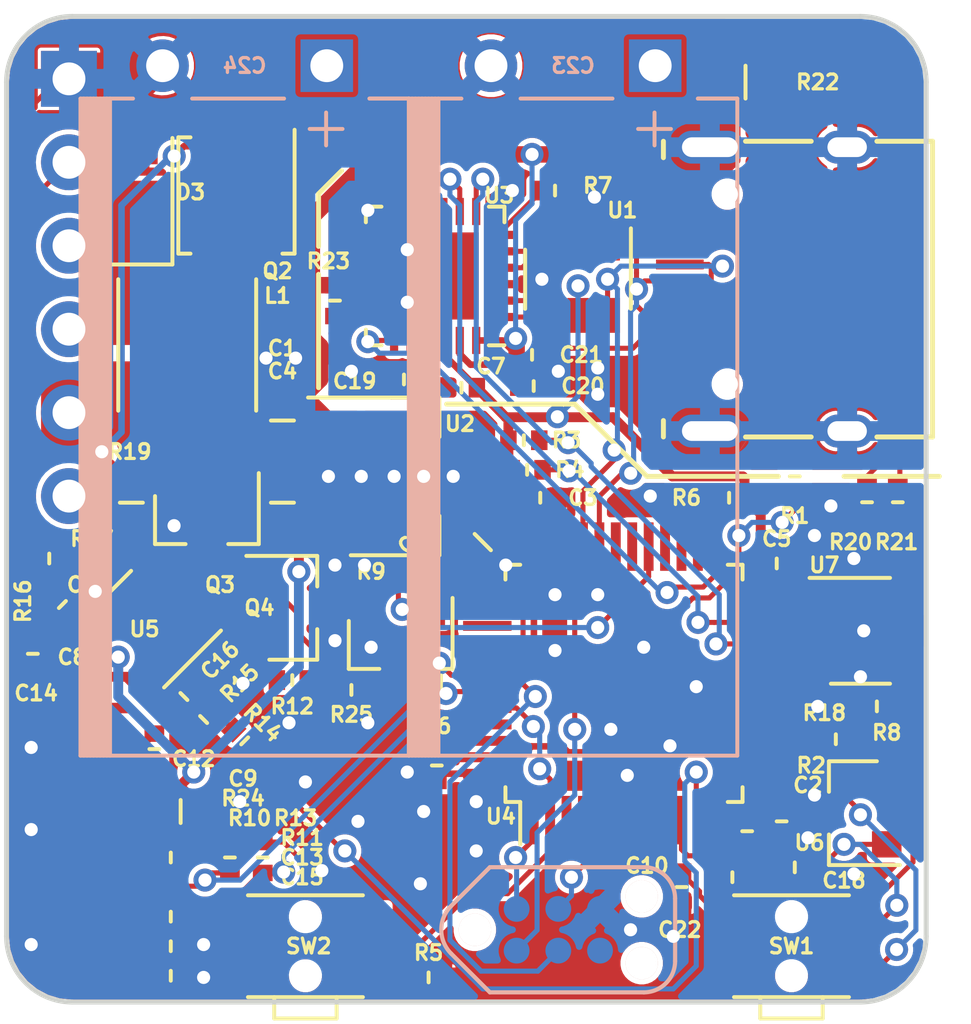
<source format=kicad_pcb>
(kicad_pcb (version 20171130) (host pcbnew 5.1.4+dfsg1-1)
  (layers (0 F.Cu mixed) (31 B.Cu mixed) (34 B.Paste user) (35 F.Paste user) (36 B.SilkS user) (37 F.SilkS user) (38 B.Mask user) (39 F.Mask user) (44 Edge.Cuts user))
  (net 0 "")
  (net 1 GND)
  (net 2 OLED_SDA)
  (net 3 VBUS)
  (net 4 "Net-(Q1-Pad3)")
  (net 5 "Net-(J2-Pad12)")
  (net 6 OLED_SCL)
  (net 7 "Net-(Q1-Pad1)")
  (net 8 INT_N)
  (net 9 +3V3)
  (net 10 SDA)
  (net 11 SCL)
  (net 12 CC2)
  (net 13 CC1)
  (net 14 "Net-(U4-Pad3)")
  (net 15 "Net-(U4-Pad4)")
  (net 16 "Net-(U4-Pad5)")
  (net 17 "Net-(U4-Pad6)")
  (net 18 nRST)
  (net 19 "Net-(U4-Pad18)")
  (net 20 "Net-(U4-Pad19)")
  (net 21 "Net-(U4-Pad20)")
  (net 22 "Net-(U4-Pad26)")
  (net 23 "Net-(U4-Pad27)")
  (net 24 "Net-(U4-Pad28)")
  (net 25 "Net-(U4-Pad30)")
  (net 26 SWDIO)
  (net 27 SWCLK)
  (net 28 "Net-(U4-Pad40)")
  (net 29 "Net-(U4-Pad41)")
  (net 30 "Net-(U4-Pad46)")
  (net 31 "Net-(C14-Pad2)")
  (net 32 "Net-(C14-Pad1)")
  (net 33 "Net-(C12-Pad1)")
  (net 34 "Net-(C12-Pad2)")
  (net 35 "Net-(J2-Pad6)")
  (net 36 "Net-(J2-Pad9)")
  (net 37 "Net-(C13-Pad1)")
  (net 38 "Net-(C15-Pad1)")
  (net 39 "Net-(R17-Pad2)")
  (net 40 "Net-(C16-Pad1)")
  (net 41 "Net-(C16-Pad2)")
  (net 42 UIN)
  (net 43 PWM)
  (net 44 TTIP)
  (net 45 TREF)
  (net 46 "Net-(R18-Pad2)")
  (net 47 "Net-(U4-Pad17)")
  (net 48 "Net-(Q2-Pad4)")
  (net 49 "Net-(U4-Pad38)")
  (net 50 USB_P)
  (net 51 USB_N)
  (net 52 "Net-(J1-PadA8)")
  (net 53 "Net-(J1-PadB8)")
  (net 54 "Net-(U4-Pad31)")
  (net 55 "Net-(U4-Pad16)")
  (net 56 "Net-(C19-Pad2)")
  (net 57 "Net-(C20-Pad1)")
  (net 58 "Net-(R7-Pad2)")
  (net 59 "Net-(U3-Pad20)")
  (net 60 "Net-(U3-Pad17)")
  (net 61 "Net-(U3-Pad16)")
  (net 62 "Net-(U3-Pad15)")
  (net 63 "Net-(U3-Pad14)")
  (net 64 "Net-(U3-Pad11)")
  (net 65 "Net-(U3-Pad9)")
  (net 66 "Net-(U3-Pad3)")
  (net 67 IIN)
  (net 68 "Net-(R20-Pad2)")
  (net 69 "Net-(R21-Pad1)")
  (net 70 "Net-(R23-Pad1)")
  (net 71 "Net-(U4-Pad45)")
  (net 72 "Net-(U4-Pad39)")
  (net 73 "Net-(SW1-Pad2)")
  (net 74 C245_JUNC)
  (net 75 "Net-(D3-Pad1)")
  (net 76 "Net-(J3-Pad6)")
  (net 77 "Net-(J3-Pad4)")
  (net 78 "Net-(J3-Pad3)")
  (net 79 "Net-(C17-Pad1)")
  (net 80 "Net-(R5-Pad2)")
  (net 81 "Net-(U4-Pad14)")
  (net 82 "Net-(P1-Pad6)")
  (net 83 "Net-(C23-Pad1)")
  (net 84 "Net-(Q3-Pad2)")
  (net 85 "Net-(Q3-Pad1)")
  (net 86 "Net-(J3-Pad5)")
  (module otter:Inductor_4040 (layer F.Cu) (at 91.5 100 270)
    (fp_text reference L1 (at -1.5 -2.75 180) (layer F.SilkS) (effects (font (size 0.45 0.45) (thickness 0.1))))
    (fp_text value 4.7u)
    (pad 2 smd rect (at 1.4 0 270) (size 1.2 1.6) (layers F.Cu F.Paste F.Mask) (net 86 "Net-(J3-Pad5)"))
    (pad 1 smd rect (at -1.4 0 270) (size 1.2 1.6) (layers F.Cu F.Paste F.Mask) (net 75 "Net-(D3-Pad1)"))
  )
  (module otter:CP_Radial_D10.0mm_P5.00mm_flat (layer B.Cu) (at 93.25 91.5 180)
    (fp_text reference C24 (at 0 0 180) (layer B.SilkS) (effects (font (size 0.45 0.45) (thickness 0.1)) (justify mirror)))
    (fp_text value 1000µF)
    (pad 2 thru_hole circle (at 2.5 0 180) (size 1.6 1.6) (drill 1) (layers *.Cu *.Mask) (net 1 GND))
    (pad 1 thru_hole rect (at -2.5 0 180) (size 1.6 1.6) (drill 1) (layers *.Cu *.Mask) (net 83 "Net-(C23-Pad1)"))
  )
  (module otter:CP_Radial_D10.0mm_P5.00mm_flat (layer B.Cu) (at 103.25 91.5 180)
    (fp_text reference C23 (at 0 0 180) (layer B.SilkS) (effects (font (size 0.45 0.45) (thickness 0.1)) (justify mirror)))
    (fp_text value 1000µF)
    (pad 2 thru_hole circle (at 2.5 0 180) (size 1.6 1.6) (drill 1) (layers *.Cu *.Mask) (net 1 GND))
    (pad 1 thru_hole rect (at -2.5 0 180) (size 1.6 1.6) (drill 1) (layers *.Cu *.Mask) (net 83 "Net-(C23-Pad1)"))
  )
  (module otter:R_0603 (layer F.Cu) (at 89.8 104.8 90)
    (fp_text reference R19 (at 1.55 -0.05 180) (layer F.SilkS) (effects (font (size 0.45 0.45) (thickness 0.1))))
    (fp_text value 20 hide)
    (pad 2 smd rect (at 0.75 0 90) (size 0.6 0.9) (layers F.Cu F.Paste F.Mask) (net 48 "Net-(Q2-Pad4)"))
    (pad 1 smd rect (at -0.75 0 90) (size 0.6 0.9) (layers F.Cu F.Paste F.Mask) (net 84 "Net-(Q3-Pad2)"))
  )
  (module otter:R_0402 (layer F.Cu) (at 96.5 110.5 180)
    (fp_text reference R25 (at 0 -0.75) (layer F.SilkS) (effects (font (size 0.45 0.45) (thickness 0.1))))
    (fp_text value 2k37 hide)
    (pad 2 smd rect (at 0.47 0 180) (size 0.5 0.6) (layers F.Cu F.Paste F.Mask) (net 85 "Net-(Q3-Pad1)"))
    (pad 1 smd rect (at -0.47 0 180) (size 0.5 0.6) (layers F.Cu F.Paste F.Mask) (net 4 "Net-(Q1-Pad3)"))
  )
  (module Package_TO_SOT_SMD:SOT-23 (layer F.Cu) (at 94.7 108)
    (fp_text reference Q4 (at -1 0) (layer F.SilkS) (effects (font (size 0.45 0.45) (thickness 0.1))))
    (fp_text value BC807)
    (pad 3 smd rect (at 1 0) (size 0.9 0.8) (layers F.Cu F.Paste F.Mask) (net 1 GND))
    (pad 2 smd rect (at -1 0.95) (size 0.9 0.8) (layers F.Cu F.Paste F.Mask) (net 84 "Net-(Q3-Pad2)"))
    (pad 1 smd rect (at -1 -0.95) (size 0.9 0.8) (layers F.Cu F.Paste F.Mask) (net 85 "Net-(Q3-Pad1)"))
  )
  (module Package_TO_SOT_SMD:SOT-23 (layer F.Cu) (at 92.1 105.3 270)
    (fp_text reference Q3 (at 2 -0.4 180) (layer F.SilkS) (effects (font (size 0.45 0.45) (thickness 0.1))))
    (fp_text value SS8050)
    (pad 3 smd rect (at 1 0 270) (size 0.9 0.8) (layers F.Cu F.Paste F.Mask) (net 3 VBUS))
    (pad 2 smd rect (at -1 0.95 270) (size 0.9 0.8) (layers F.Cu F.Paste F.Mask) (net 84 "Net-(Q3-Pad2)"))
    (pad 1 smd rect (at -1 -0.95 270) (size 0.9 0.8) (layers F.Cu F.Paste F.Mask) (net 85 "Net-(Q3-Pad1)"))
  )
  (module Package_TO_SOT_SMD:SOT-23-5 (layer F.Cu) (at 112 108.7)
    (fp_text reference U7 (at -1.1 -2) (layer F.SilkS) (effects (font (size 0.45 0.45) (thickness 0.1))))
    (fp_text value SI8540)
    (pad 5 smd rect (at 1.1 -0.95) (size 1.06 0.65) (layers F.Cu F.Paste F.Mask) (net 69 "Net-(R21-Pad1)"))
    (pad 4 smd rect (at 1.1 0.95) (size 1.06 0.65) (layers F.Cu F.Paste F.Mask) (net 67 IIN))
    (pad 3 smd rect (at -1.1 0.95) (size 1.06 0.65) (layers F.Cu F.Paste F.Mask) (net 1 GND))
    (pad 2 smd rect (at -1.1 0) (size 1.06 0.65) (layers F.Cu F.Paste F.Mask) (net 1 GND))
    (pad 1 smd rect (at -1.1 -0.95) (size 1.06 0.65) (layers F.Cu F.Paste F.Mask) (net 68 "Net-(R20-Pad2)"))
  )
  (module otter:R_0402 (layer F.Cu) (at 112.2 104.787868 270)
    (fp_text reference R20 (at 1.212132 0.5) (layer F.SilkS) (effects (font (size 0.45 0.45) (thickness 0.1))))
    (fp_text value 33 hide)
    (pad 2 smd rect (at 0.47 0 270) (size 0.5 0.6) (layers F.Cu F.Paste F.Mask) (net 68 "Net-(R20-Pad2)"))
    (pad 1 smd rect (at -0.47 0 270) (size 0.5 0.6) (layers F.Cu F.Paste F.Mask) (net 3 VBUS))
  )
  (module otter:R_0402 (layer F.Cu) (at 113.136396 104.787868 90)
    (fp_text reference R21 (at -1.212132 -0.036396) (layer F.SilkS) (effects (font (size 0.45 0.45) (thickness 0.1))))
    (fp_text value 33 hide)
    (pad 2 smd rect (at 0.47 0 90) (size 0.5 0.6) (layers F.Cu F.Paste F.Mask) (net 83 "Net-(C23-Pad1)"))
    (pad 1 smd rect (at -0.47 0 90) (size 0.5 0.6) (layers F.Cu F.Paste F.Mask) (net 69 "Net-(R21-Pad1)"))
  )
  (module otter:R_0402 (layer F.Cu) (at 112.5 111 180)
    (fp_text reference R8 (at -0.3 -0.8) (layer F.SilkS) (effects (font (size 0.45 0.45) (thickness 0.1))))
    (fp_text value 2k37 hide)
    (pad 2 smd rect (at 0.47 0 180) (size 0.5 0.6) (layers F.Cu F.Paste F.Mask) (net 1 GND))
    (pad 1 smd rect (at -0.47 0 180) (size 0.5 0.6) (layers F.Cu F.Paste F.Mask) (net 67 IIN))
  )
  (module otter:QFN-24-1EP_4x4mm_P0.5mm_EP2.7x2.7mm (layer F.Cu) (at 99.05 97.9 180)
    (fp_text reference U3 (at -1.95 2.45) (layer F.SilkS) (effects (font (size 0.45 0.45) (thickness 0.1))))
    (fp_text value STUSB4500QTR)
    (pad 24 smd rect (at -1.25 -1.9625 180) (size 0.25 0.825) (layers F.Cu F.Paste F.Mask) (net 3 VBUS))
    (pad 23 smd rect (at -0.75 -1.9625 180) (size 0.25 0.825) (layers F.Cu F.Paste F.Mask) (net 57 "Net-(C20-Pad1)"))
    (pad 22 smd rect (at -0.25 -1.9625 180) (size 0.25 0.825) (layers F.Cu F.Paste F.Mask) (net 9 +3V3))
    (pad 21 smd rect (at 0.25 -1.9625 180) (size 0.25 0.825) (layers F.Cu F.Paste F.Mask) (net 56 "Net-(C19-Pad2)"))
    (pad 20 smd rect (at 0.75 -1.9625 180) (size 0.25 0.825) (layers F.Cu F.Paste F.Mask) (net 59 "Net-(U3-Pad20)"))
    (pad 19 smd rect (at 1.25 -1.9625 180) (size 0.25 0.825) (layers F.Cu F.Paste F.Mask) (net 8 INT_N))
    (pad 18 smd rect (at 1.9625 -1.25 180) (size 0.825 0.25) (layers F.Cu F.Paste F.Mask) (net 70 "Net-(R23-Pad1)"))
    (pad 17 smd rect (at 1.9625 -0.75 180) (size 0.825 0.25) (layers F.Cu F.Paste F.Mask) (net 60 "Net-(U3-Pad17)"))
    (pad 16 smd rect (at 1.9625 -0.25 180) (size 0.825 0.25) (layers F.Cu F.Paste F.Mask) (net 61 "Net-(U3-Pad16)"))
    (pad 15 smd rect (at 1.9625 0.25 180) (size 0.825 0.25) (layers F.Cu F.Paste F.Mask) (net 62 "Net-(U3-Pad15)"))
    (pad 14 smd rect (at 1.9625 0.75 180) (size 0.825 0.25) (layers F.Cu F.Paste F.Mask) (net 63 "Net-(U3-Pad14)"))
    (pad 13 smd rect (at 1.9625 1.25 180) (size 0.825 0.25) (layers F.Cu F.Paste F.Mask) (net 1 GND))
    (pad 12 smd rect (at 1.25 1.9625 180) (size 0.25 0.825) (layers F.Cu F.Paste F.Mask) (net 1 GND))
    (pad 11 smd rect (at 0.75 1.9625 180) (size 0.25 0.825) (layers F.Cu F.Paste F.Mask) (net 64 "Net-(U3-Pad11)"))
    (pad 10 smd rect (at 0.25 1.9625 180) (size 0.25 0.825) (layers F.Cu F.Paste F.Mask) (net 1 GND))
    (pad 9 smd rect (at -0.25 1.9625 180) (size 0.25 0.825) (layers F.Cu F.Paste F.Mask) (net 65 "Net-(U3-Pad9)"))
    (pad 8 smd rect (at -0.75 1.9625 180) (size 0.25 0.825) (layers F.Cu F.Paste F.Mask) (net 10 SDA))
    (pad 7 smd rect (at -1.25 1.9625 180) (size 0.25 0.825) (layers F.Cu F.Paste F.Mask) (net 11 SCL))
    (pad 6 smd rect (at -1.9625 1.25 180) (size 0.825 0.25) (layers F.Cu F.Paste F.Mask) (net 58 "Net-(R7-Pad2)"))
    (pad 5 smd rect (at -1.9625 0.75 180) (size 0.825 0.25) (layers F.Cu F.Paste F.Mask) (net 12 CC2))
    (pad 4 smd rect (at -1.9625 0.25 180) (size 0.825 0.25) (layers F.Cu F.Paste F.Mask) (net 12 CC2))
    (pad 3 smd rect (at -1.9625 -0.25 180) (size 0.825 0.25) (layers F.Cu F.Paste F.Mask) (net 66 "Net-(U3-Pad3)"))
    (pad 2 smd rect (at -1.9625 -0.75 180) (size 0.825 0.25) (layers F.Cu F.Paste F.Mask) (net 13 CC1))
    (pad 1 smd rect (at -1.9625 -1.25 180) (size 0.825 0.25) (layers F.Cu F.Paste F.Mask) (net 13 CC1))
    (pad 25 smd rect (at 0 0 180) (size 2.65 2.65) (layers F.Cu F.Mask) (net 1 GND))
  )
  (module Connector_PinHeader_2.54mm:PinHeader_1x06_P2.54mm_Vertical (layer F.Cu) (at 87.9 91.9)
    (fp_text reference J3 hide)
    (fp_text value C245)
    (pad 6 thru_hole oval (at 0 12.7) (size 1.7 1.7) (drill 1) (layers *.Cu *.Mask) (net 76 "Net-(J3-Pad6)"))
    (pad 5 thru_hole oval (at 0 10.16) (size 1.7 1.7) (drill 1) (layers *.Cu *.Mask) (net 86 "Net-(J3-Pad5)"))
    (pad 4 thru_hole oval (at 0 7.62) (size 1.7 1.7) (drill 1) (layers *.Cu *.Mask) (net 77 "Net-(J3-Pad4)"))
    (pad 3 thru_hole oval (at 0 5.08) (size 1.7 1.7) (drill 1) (layers *.Cu *.Mask) (net 78 "Net-(J3-Pad3)"))
    (pad 2 thru_hole oval (at 0 2.54) (size 1.7 1.7) (drill 1) (layers *.Cu *.Mask) (net 74 C245_JUNC))
    (pad 1 thru_hole rect (at 0 0) (size 1.7 1.7) (drill 1) (layers *.Cu *.Mask) (net 1 GND))
  )
  (module otter:C_0603 (layer F.Cu) (at 91.3 114.2 180)
    (fp_text reference C9 (at -1.9 1) (layer F.SilkS) (effects (font (size 0.45 0.45) (thickness 0.1))))
    (fp_text value "1μF 25V" hide)
    (pad 2 smd rect (at 0.75 0 180) (size 0.6 0.9) (layers F.Cu F.Paste F.Mask) (net 1 GND))
    (pad 1 smd rect (at -0.75 0 180) (size 0.6 0.9) (layers F.Cu F.Paste F.Mask) (net 9 +3V3))
  )
  (module otter:TC2030 (layer B.Cu) (at 102.8 117.8)
    (fp_text reference P1 hide)
    (fp_text value TC2030-CTX hide)
    (pad "" np_thru_hole circle (at 2.54 -1.016) (size 0.98552 0.98552) (drill 0.98552) (layers *.Cu *.Mask B.SilkS))
    (pad "" np_thru_hole circle (at 2.54 1.016) (size 0.98552 0.98552) (drill 0.98552) (layers *.Cu *.Mask B.SilkS))
    (pad "" np_thru_hole circle (at -2.54 0) (size 0.98806 0.98806) (drill 0.98806) (layers *.Cu *.Mask B.SilkS))
    (pad 6 connect circle (at 1.27 0.635) (size 0.78486 0.78486) (layers B.Cu B.Mask) (net 82 "Net-(P1-Pad6)"))
    (pad 5 connect circle (at 1.27 -0.635) (size 0.78486 0.78486) (layers B.Cu B.Mask) (net 1 GND))
    (pad 4 connect circle (at 0 0.635) (size 0.78486 0.78486) (layers B.Cu B.Mask) (net 27 SWCLK))
    (pad 3 connect circle (at 0 -0.635) (size 0.78486 0.78486) (layers B.Cu B.Mask) (net 18 nRST))
    (pad 2 connect circle (at -1.27 0.635) (size 0.78486 0.78486) (layers B.Cu B.Mask) (net 26 SWDIO))
    (pad 1 connect circle (at -1.27 -0.635) (size 0.78486 0.78486) (layers B.Cu B.Mask) (net 9 +3V3))
  )
  (module NetTie:NetTie-2_SMD_Pad0.5mm (layer F.Cu) (at 86.5 93.5 90)
    (fp_text reference NT1 hide)
    (fp_text value JUNC_N)
    (fp_poly (pts (xy -0.5 -0.25) (xy 0.5 -0.25) (xy 0.5 0.25) (xy -0.5 0.25)) (layer F.Cu) (width 0))
    (pad 2 smd circle (at 0.5 0 90) (size 0.5 0.5) (layers F.Cu) (net 1 GND))
    (pad 1 smd circle (at -0.5 0 90) (size 0.5 0.5) (layers F.Cu) (net 79 "Net-(C17-Pad1)"))
  )
  (module Button_Switch_SMD:SW_SPST_EVQP7C (layer F.Cu) (at 95.1 118.3)
    (fp_text reference SW2 (at 0.1 0) (layer F.SilkS) (effects (font (size 0.45 0.45) (thickness 0.1))))
    (fp_text value key2)
    (pad "" np_thru_hole circle (at 0 0.9) (size 0.7 0.7) (drill 0.7) (layers *.Cu *.Mask))
    (pad "" np_thru_hole circle (at 0 -0.9) (size 0.7 0.7) (drill 0.7) (layers *.Cu *.Mask))
    (pad 2 smd rect (at -1.8 0.72) (size 1.4 1.05) (layers F.Cu F.Paste F.Mask) (net 80 "Net-(R5-Pad2)"))
    (pad 2 smd rect (at 1.8 0.72) (size 1.4 1.05) (layers F.Cu F.Paste F.Mask) (net 80 "Net-(R5-Pad2)"))
    (pad 1 smd rect (at -1.8 -0.72) (size 1.4 1.05) (layers F.Cu F.Paste F.Mask) (net 9 +3V3))
    (pad 1 smd rect (at 1.8 -0.72) (size 1.4 1.05) (layers F.Cu F.Paste F.Mask) (net 9 +3V3))
  )
  (module Button_Switch_SMD:SW_SPST_EVQP7C (layer F.Cu) (at 109.9 118.3)
    (fp_text reference SW1 (at 0 0) (layer F.SilkS) (effects (font (size 0.45 0.45) (thickness 0.1))))
    (fp_text value key1)
    (pad "" np_thru_hole circle (at 0 0.9) (size 0.7 0.7) (drill 0.7) (layers *.Cu *.Mask))
    (pad "" np_thru_hole circle (at 0 -0.9) (size 0.7 0.7) (drill 0.7) (layers *.Cu *.Mask))
    (pad 2 smd rect (at -1.8 0.72) (size 1.4 1.05) (layers F.Cu F.Paste F.Mask) (net 73 "Net-(SW1-Pad2)"))
    (pad 2 smd rect (at 1.8 0.72) (size 1.4 1.05) (layers F.Cu F.Paste F.Mask) (net 73 "Net-(SW1-Pad2)"))
    (pad 1 smd rect (at -1.8 -0.72) (size 1.4 1.05) (layers F.Cu F.Paste F.Mask) (net 9 +3V3))
    (pad 1 smd rect (at 1.8 -0.72) (size 1.4 1.05) (layers F.Cu F.Paste F.Mask) (net 9 +3V3))
  )
  (module otter:LQFP-48_7x7mm_P0.5mm (layer F.Cu) (at 104.8 110.3 90)
    (fp_text reference U4 (at -4.05 -3.75 180) (layer F.SilkS) (effects (font (size 0.45 0.45) (thickness 0.1))))
    (fp_text value STM32F072C8Tx hide)
    (pad 48 smd rect (at -2.75 -4.1625 90) (size 0.3 1.475) (layers F.Cu F.Paste F.Mask) (net 9 +3V3))
    (pad 47 smd rect (at -2.25 -4.1625 90) (size 0.3 1.475) (layers F.Cu F.Paste F.Mask) (net 1 GND))
    (pad 46 smd rect (at -1.75 -4.1625 90) (size 0.3 1.475) (layers F.Cu F.Paste F.Mask) (net 30 "Net-(U4-Pad46)"))
    (pad 45 smd rect (at -1.25 -4.1625 90) (size 0.3 1.475) (layers F.Cu F.Paste F.Mask) (net 71 "Net-(U4-Pad45)"))
    (pad 44 smd rect (at -0.75 -4.1625 90) (size 0.3 1.475) (layers F.Cu F.Paste F.Mask) (net 80 "Net-(R5-Pad2)"))
    (pad 43 smd rect (at -0.25 -4.1625 90) (size 0.3 1.475) (layers F.Cu F.Paste F.Mask) (net 2 OLED_SDA))
    (pad 42 smd rect (at 0.25 -4.1625 90) (size 0.3 1.475) (layers F.Cu F.Paste F.Mask) (net 6 OLED_SCL))
    (pad 41 smd rect (at 0.75 -4.1625 90) (size 0.3 1.475) (layers F.Cu F.Paste F.Mask) (net 29 "Net-(U4-Pad41)"))
    (pad 40 smd rect (at 1.25 -4.1625 90) (size 0.3 1.475) (layers F.Cu F.Paste F.Mask) (net 28 "Net-(U4-Pad40)"))
    (pad 39 smd rect (at 1.75 -4.1625 90) (size 0.3 1.475) (layers F.Cu F.Paste F.Mask) (net 72 "Net-(U4-Pad39)"))
    (pad 38 smd rect (at 2.25 -4.1625 90) (size 0.3 1.475) (layers F.Cu F.Paste F.Mask) (net 49 "Net-(U4-Pad38)"))
    (pad 37 smd rect (at 2.75 -4.1625 90) (size 0.3 1.475) (layers F.Cu F.Paste F.Mask) (net 27 SWCLK))
    (pad 36 smd rect (at 4.1625 -2.75 90) (size 1.475 0.3) (layers F.Cu F.Paste F.Mask) (net 9 +3V3))
    (pad 35 smd rect (at 4.1625 -2.25 90) (size 1.475 0.3) (layers F.Cu F.Paste F.Mask) (net 1 GND))
    (pad 34 smd rect (at 4.1625 -1.75 90) (size 1.475 0.3) (layers F.Cu F.Paste F.Mask) (net 26 SWDIO))
    (pad 33 smd rect (at 4.1625 -1.25 90) (size 1.475 0.3) (layers F.Cu F.Paste F.Mask) (net 50 USB_P))
    (pad 32 smd rect (at 4.1625 -0.75 90) (size 1.475 0.3) (layers F.Cu F.Paste F.Mask) (net 51 USB_N))
    (pad 31 smd rect (at 4.1625 -0.25 90) (size 1.475 0.3) (layers F.Cu F.Paste F.Mask) (net 54 "Net-(U4-Pad31)"))
    (pad 30 smd rect (at 4.1625 0.25 90) (size 1.475 0.3) (layers F.Cu F.Paste F.Mask) (net 25 "Net-(U4-Pad30)"))
    (pad 29 smd rect (at 4.1625 0.75 90) (size 1.475 0.3) (layers F.Cu F.Paste F.Mask) (net 43 PWM))
    (pad 28 smd rect (at 4.1625 1.25 90) (size 1.475 0.3) (layers F.Cu F.Paste F.Mask) (net 24 "Net-(U4-Pad28)"))
    (pad 27 smd rect (at 4.1625 1.75 90) (size 1.475 0.3) (layers F.Cu F.Paste F.Mask) (net 23 "Net-(U4-Pad27)"))
    (pad 26 smd rect (at 4.1625 2.25 90) (size 1.475 0.3) (layers F.Cu F.Paste F.Mask) (net 22 "Net-(U4-Pad26)"))
    (pad 25 smd rect (at 4.1625 2.75 90) (size 1.475 0.3) (layers F.Cu F.Paste F.Mask) (net 8 INT_N))
    (pad 24 smd rect (at 2.75 4.1625 90) (size 0.3 1.475) (layers F.Cu F.Paste F.Mask) (net 9 +3V3))
    (pad 23 smd rect (at 2.25 4.1625 90) (size 0.3 1.475) (layers F.Cu F.Paste F.Mask) (net 1 GND))
    (pad 22 smd rect (at 1.75 4.1625 90) (size 0.3 1.475) (layers F.Cu F.Paste F.Mask) (net 10 SDA))
    (pad 21 smd rect (at 1.25 4.1625 90) (size 0.3 1.475) (layers F.Cu F.Paste F.Mask) (net 11 SCL))
    (pad 20 smd rect (at 0.75 4.1625 90) (size 0.3 1.475) (layers F.Cu F.Paste F.Mask) (net 21 "Net-(U4-Pad20)"))
    (pad 19 smd rect (at 0.25 4.1625 90) (size 0.3 1.475) (layers F.Cu F.Paste F.Mask) (net 20 "Net-(U4-Pad19)"))
    (pad 18 smd rect (at -0.25 4.1625 90) (size 0.3 1.475) (layers F.Cu F.Paste F.Mask) (net 19 "Net-(U4-Pad18)"))
    (pad 17 smd rect (at -0.75 4.1625 90) (size 0.3 1.475) (layers F.Cu F.Paste F.Mask) (net 47 "Net-(U4-Pad17)"))
    (pad 16 smd rect (at -1.25 4.1625 90) (size 0.3 1.475) (layers F.Cu F.Paste F.Mask) (net 55 "Net-(U4-Pad16)"))
    (pad 15 smd rect (at -1.75 4.1625 90) (size 0.3 1.475) (layers F.Cu F.Paste F.Mask) (net 45 TREF))
    (pad 14 smd rect (at -2.25 4.1625 90) (size 0.3 1.475) (layers F.Cu F.Paste F.Mask) (net 81 "Net-(U4-Pad14)"))
    (pad 13 smd rect (at -2.75 4.1625 90) (size 0.3 1.475) (layers F.Cu F.Paste F.Mask) (net 73 "Net-(SW1-Pad2)"))
    (pad 12 smd rect (at -4.1625 2.75 90) (size 1.475 0.3) (layers F.Cu F.Paste F.Mask) (net 42 UIN))
    (pad 11 smd rect (at -4.1625 2.25 90) (size 1.475 0.3) (layers F.Cu F.Paste F.Mask) (net 44 TTIP))
    (pad 10 smd rect (at -4.1625 1.75 90) (size 1.475 0.3) (layers F.Cu F.Paste F.Mask) (net 67 IIN))
    (pad 9 smd rect (at -4.1625 1.25 90) (size 1.475 0.3) (layers F.Cu F.Paste F.Mask) (net 9 +3V3))
    (pad 8 smd rect (at -4.1625 0.75 90) (size 1.475 0.3) (layers F.Cu F.Paste F.Mask) (net 1 GND))
    (pad 7 smd rect (at -4.1625 0.25 90) (size 1.475 0.3) (layers F.Cu F.Paste F.Mask) (net 18 nRST))
    (pad 6 smd rect (at -4.1625 -0.25 90) (size 1.475 0.3) (layers F.Cu F.Paste F.Mask) (net 17 "Net-(U4-Pad6)"))
    (pad 5 smd rect (at -4.1625 -0.75 90) (size 1.475 0.3) (layers F.Cu F.Paste F.Mask) (net 16 "Net-(U4-Pad5)"))
    (pad 4 smd rect (at -4.1625 -1.25 90) (size 1.475 0.3) (layers F.Cu F.Paste F.Mask) (net 15 "Net-(U4-Pad4)"))
    (pad 3 smd rect (at -4.1625 -1.75 90) (size 1.475 0.3) (layers F.Cu F.Paste F.Mask) (net 14 "Net-(U4-Pad3)"))
    (pad 2 smd rect (at -4.1625 -2.25 90) (size 1.475 0.3) (layers F.Cu F.Paste F.Mask) (net 80 "Net-(R5-Pad2)"))
    (pad 1 smd rect (at -4.1625 -2.75 90) (size 1.475 0.3) (layers F.Cu F.Paste F.Mask) (net 9 +3V3))
  )
  (module otter:R_0402 (layer F.Cu) (at 91 115.6)
    (fp_text reference R24 (at 2.2 -1.8) (layer F.SilkS) (effects (font (size 0.45 0.45) (thickness 0.1))))
    (fp_text value 2k37 hide)
    (pad 2 smd rect (at 0.47 0) (size 0.5 0.6) (layers F.Cu F.Paste F.Mask) (net 9 +3V3))
    (pad 1 smd rect (at -0.47 0) (size 0.5 0.6) (layers F.Cu F.Paste F.Mask) (net 36 "Net-(J2-Pad9)"))
  )
  (module otter:R_0402 (layer F.Cu) (at 96 98.65 90)
    (fp_text reference R23 (at 1.2 -0.2 180) (layer F.SilkS) (effects (font (size 0.45 0.45) (thickness 0.1))))
    (fp_text value 2k37 hide)
    (pad 2 smd rect (at 0.47 0 90) (size 0.5 0.6) (layers F.Cu F.Paste F.Mask) (net 3 VBUS))
    (pad 1 smd rect (at -0.47 0 90) (size 0.5 0.6) (layers F.Cu F.Paste F.Mask) (net 70 "Net-(R23-Pad1)"))
  )
  (module otter:R_0805 (layer F.Cu) (at 108.5 92 180)
    (fp_text reference R22 (at -2.2 0) (layer F.SilkS) (effects (font (size 0.45 0.45) (thickness 0.1))))
    (fp_text value 10m hide)
    (pad 2 smd rect (at 0.95 0 180) (size 0.7 1.3) (layers F.Cu F.Paste F.Mask) (net 83 "Net-(C23-Pad1)"))
    (pad 1 smd rect (at -0.95 0 180) (size 0.7 1.3) (layers F.Cu F.Paste F.Mask) (net 3 VBUS))
  )
  (module otter:R_0402 (layer F.Cu) (at 111.25 112)
    (fp_text reference R18 (at -0.35 -0.8) (layer F.SilkS) (effects (font (size 0.45 0.45) (thickness 0.1))))
    (fp_text value 2k37 hide)
    (pad 2 smd rect (at 0.47 0) (size 0.5 0.6) (layers F.Cu F.Paste F.Mask) (net 46 "Net-(R18-Pad2)"))
    (pad 1 smd rect (at -0.47 0) (size 0.5 0.6) (layers F.Cu F.Paste F.Mask) (net 45 TREF))
  )
  (module otter:R_0402 (layer F.Cu) (at 89 106.5)
    (fp_text reference R17 (at -0.4 -0.6) (layer F.SilkS) (effects (font (size 0.45 0.45) (thickness 0.1))))
    (fp_text value 100k hide)
    (pad 2 smd rect (at 0.47 0) (size 0.5 0.6) (layers F.Cu F.Paste F.Mask) (net 39 "Net-(R17-Pad2)"))
    (pad 1 smd rect (at -0.47 0) (size 0.5 0.6) (layers F.Cu F.Paste F.Mask) (net 74 C245_JUNC))
  )
  (module otter:R_0402 (layer F.Cu) (at 87.7 107.9 315)
    (fp_text reference R16 (at -0.919239 0.777817 270) (layer F.SilkS) (effects (font (size 0.45 0.45) (thickness 0.1))))
    (fp_text value 2k37 hide)
    (pad 2 smd rect (at 0.47 0 315) (size 0.5 0.6) (layers F.Cu F.Paste F.Mask) (net 40 "Net-(C16-Pad1)"))
    (pad 1 smd rect (at -0.47 0 315) (size 0.5 0.6) (layers F.Cu F.Paste F.Mask) (net 79 "Net-(C17-Pad1)"))
  )
  (module otter:R_0402 (layer F.Cu) (at 92 111.4 45)
    (fp_text reference R15 (at 1.555635 0 225) (layer F.SilkS) (effects (font (size 0.45 0.45) (thickness 0.1))))
    (fp_text value 750k hide)
    (pad 2 smd rect (at 0.47 0 45) (size 0.5 0.6) (layers F.Cu F.Paste F.Mask) (net 41 "Net-(C16-Pad2)"))
    (pad 1 smd rect (at -0.47 0 45) (size 0.5 0.6) (layers F.Cu F.Paste F.Mask) (net 40 "Net-(C16-Pad1)"))
  )
  (module otter:R_0402 (layer F.Cu) (at 93.25 112.05 315)
    (fp_text reference R14 (at 0 -0.777817 135) (layer F.SilkS) (effects (font (size 0.45 0.45) (thickness 0.1))))
    (fp_text value 2k37 hide)
    (pad 2 smd rect (at 0.47 0 315) (size 0.5 0.6) (layers F.Cu F.Paste F.Mask) (net 44 TTIP))
    (pad 1 smd rect (at -0.47 0 315) (size 0.5 0.6) (layers F.Cu F.Paste F.Mask) (net 41 "Net-(C16-Pad2)"))
  )
  (module otter:R_0402 (layer F.Cu) (at 93.8 115.6 90)
    (fp_text reference R13 (at 1.2 1 180) (layer F.SilkS) (effects (font (size 0.45 0.45) (thickness 0.1))))
    (fp_text value 2k37 hide)
    (pad 2 smd rect (at 0.47 0 90) (size 0.5 0.6) (layers F.Cu F.Paste F.Mask) (net 9 +3V3))
    (pad 1 smd rect (at -0.47 0 90) (size 0.5 0.6) (layers F.Cu F.Paste F.Mask) (net 2 OLED_SDA))
  )
  (module otter:R_0402 (layer F.Cu) (at 94.7 110.2)
    (fp_text reference R12 (at 0 0.8) (layer F.SilkS) (effects (font (size 0.45 0.45) (thickness 0.1))))
    (fp_text value 2k37 hide)
    (pad 2 smd rect (at 0.47 0) (size 0.5 0.6) (layers F.Cu F.Paste F.Mask) (net 4 "Net-(Q1-Pad3)"))
    (pad 1 smd rect (at -0.47 0) (size 0.5 0.6) (layers F.Cu F.Paste F.Mask) (net 3 VBUS))
  )
  (module otter:R_0402 (layer F.Cu) (at 91 117.4)
    (fp_text reference R11 (at 4 -2.4) (layer F.SilkS) (effects (font (size 0.45 0.45) (thickness 0.1))))
    (fp_text value 560k hide)
    (pad 2 smd rect (at 0.47 0) (size 0.5 0.6) (layers F.Cu F.Paste F.Mask) (net 1 GND))
    (pad 1 smd rect (at -0.47 0) (size 0.5 0.6) (layers F.Cu F.Paste F.Mask) (net 5 "Net-(J2-Pad12)"))
  )
  (module otter:R_0402 (layer F.Cu) (at 92.8 115.6 90)
    (fp_text reference R10 (at 1.2 0.6 180) (layer F.SilkS) (effects (font (size 0.45 0.45) (thickness 0.1))))
    (fp_text value 2k37 hide)
    (pad 2 smd rect (at 0.47 0 90) (size 0.5 0.6) (layers F.Cu F.Paste F.Mask) (net 9 +3V3))
    (pad 1 smd rect (at -0.47 0 90) (size 0.5 0.6) (layers F.Cu F.Paste F.Mask) (net 6 OLED_SCL))
  )
  (module otter:R_0402 (layer F.Cu) (at 98.4 106.9)
    (fp_text reference R9 (at -1.3 0) (layer F.SilkS) (effects (font (size 0.45 0.45) (thickness 0.1))))
    (fp_text value 2k37 hide)
    (pad 2 smd rect (at 0.47 0) (size 0.5 0.6) (layers F.Cu F.Paste F.Mask) (net 7 "Net-(Q1-Pad1)"))
    (pad 1 smd rect (at -0.47 0) (size 0.5 0.6) (layers F.Cu F.Paste F.Mask) (net 43 PWM))
  )
  (module otter:R_0402 (layer F.Cu) (at 102.7 95.3 180)
    (fp_text reference R7 (at -1.3 0.15) (layer F.SilkS) (effects (font (size 0.45 0.45) (thickness 0.1))))
    (fp_text value 2k37 hide)
    (pad 2 smd rect (at 0.47 0 180) (size 0.5 0.6) (layers F.Cu F.Paste F.Mask) (net 58 "Net-(R7-Pad2)"))
    (pad 1 smd rect (at -0.47 0 180) (size 0.5 0.6) (layers F.Cu F.Paste F.Mask) (net 1 GND))
  )
  (module otter:R_0402 (layer F.Cu) (at 108 104.65)
    (fp_text reference R6 (at -1.3 0) (layer F.SilkS) (effects (font (size 0.45 0.45) (thickness 0.1))))
    (fp_text value 2k37 hide)
    (pad 2 smd rect (at 0.47 0) (size 0.5 0.6) (layers F.Cu F.Paste F.Mask) (net 9 +3V3))
    (pad 1 smd rect (at -0.47 0) (size 0.5 0.6) (layers F.Cu F.Paste F.Mask) (net 8 INT_N))
  )
  (module otter:R_0402 (layer F.Cu) (at 98.85 119.25 180)
    (fp_text reference R5 (at 0 0.75) (layer F.SilkS) (effects (font (size 0.45 0.45) (thickness 0.1))))
    (fp_text value 2k37 hide)
    (pad 2 smd rect (at 0.47 0 180) (size 0.5 0.6) (layers F.Cu F.Paste F.Mask) (net 80 "Net-(R5-Pad2)"))
    (pad 1 smd rect (at -0.47 0 180) (size 0.5 0.6) (layers F.Cu F.Paste F.Mask) (net 1 GND))
  )
  (module otter:R_0402 (layer F.Cu) (at 101.85 103.8 180)
    (fp_text reference R4 (at -1.3 0) (layer F.SilkS) (effects (font (size 0.45 0.45) (thickness 0.1))))
    (fp_text value 2k37 hide)
    (pad 2 smd rect (at 0.47 0 180) (size 0.5 0.6) (layers F.Cu F.Paste F.Mask) (net 9 +3V3))
    (pad 1 smd rect (at -0.47 0 180) (size 0.5 0.6) (layers F.Cu F.Paste F.Mask) (net 10 SDA))
  )
  (module otter:R_0402 (layer F.Cu) (at 101.75 102.9 180)
    (fp_text reference R3 (at -1.3 0) (layer F.SilkS) (effects (font (size 0.45 0.45) (thickness 0.1))))
    (fp_text value 2k37 hide)
    (pad 2 smd rect (at 0.47 0 180) (size 0.5 0.6) (layers F.Cu F.Paste F.Mask) (net 9 +3V3))
    (pad 1 smd rect (at -0.47 0 180) (size 0.5 0.6) (layers F.Cu F.Paste F.Mask) (net 11 SCL))
  )
  (module otter:R_0402 (layer F.Cu) (at 109.6 114.5 270)
    (fp_text reference R2 (at -1.7 -0.9 180) (layer F.SilkS) (effects (font (size 0.45 0.45) (thickness 0.1))))
    (fp_text value 100k hide)
    (pad 2 smd rect (at 0.47 0 270) (size 0.5 0.6) (layers F.Cu F.Paste F.Mask) (net 1 GND))
    (pad 1 smd rect (at -0.47 0 270) (size 0.5 0.6) (layers F.Cu F.Paste F.Mask) (net 42 UIN))
  )
  (module otter:R_0402 (layer F.Cu) (at 110 104 270)
    (fp_text reference R1 (at 1.2 0 180) (layer F.SilkS) (effects (font (size 0.45 0.45) (thickness 0.1))))
    (fp_text value 560k hide)
    (pad 2 smd rect (at 0.47 0 270) (size 0.5 0.6) (layers F.Cu F.Paste F.Mask) (net 42 UIN))
    (pad 1 smd rect (at -0.47 0 270) (size 0.5 0.6) (layers F.Cu F.Paste F.Mask) (net 3 VBUS))
  )
  (module otter:C_0402 (layer F.Cu) (at 108.1 116.2)
    (fp_text reference C22 (at -1.6 1.6) (layer F.SilkS) (effects (font (size 0.45 0.45) (thickness 0.1))))
    (fp_text value 0.1μF hide)
    (pad 2 smd rect (at 0.47 0) (size 0.5 0.6) (layers F.Cu F.Paste F.Mask) (net 1 GND))
    (pad 1 smd rect (at -0.47 0) (size 0.5 0.6) (layers F.Cu F.Paste F.Mask) (net 67 IIN))
  )
  (module otter:C_0402 (layer F.Cu) (at 102 100.3 180)
    (fp_text reference C21 (at -1.5 0) (layer F.SilkS) (effects (font (size 0.45 0.45) (thickness 0.1))))
    (fp_text value 0.1μF hide)
    (pad 2 smd rect (at 0.47 0 180) (size 0.5 0.6) (layers F.Cu F.Paste F.Mask) (net 3 VBUS))
    (pad 1 smd rect (at -0.47 0 180) (size 0.5 0.6) (layers F.Cu F.Paste F.Mask) (net 1 GND))
  )
  (module otter:C_0402 (layer F.Cu) (at 102.05 101.25)
    (fp_text reference C20 (at 1.5 0) (layer F.SilkS) (effects (font (size 0.45 0.45) (thickness 0.1))))
    (fp_text value "1μF 25V" hide)
    (pad 2 smd rect (at 0.47 0) (size 0.5 0.6) (layers F.Cu F.Paste F.Mask) (net 1 GND))
    (pad 1 smd rect (at -0.47 0) (size 0.5 0.6) (layers F.Cu F.Paste F.Mask) (net 57 "Net-(C20-Pad1)"))
  )
  (module otter:C_0402 (layer F.Cu) (at 98.1 101.05)
    (fp_text reference C19 (at -1.5 0.05) (layer F.SilkS) (effects (font (size 0.45 0.45) (thickness 0.1))))
    (fp_text value "1μF 25V" hide)
    (pad 2 smd rect (at 0.47 0) (size 0.5 0.6) (layers F.Cu F.Paste F.Mask) (net 56 "Net-(C19-Pad2)"))
    (pad 1 smd rect (at -0.47 0) (size 0.5 0.6) (layers F.Cu F.Paste F.Mask) (net 1 GND))
  )
  (module otter:C_0402 (layer F.Cu) (at 110 115.9 180)
    (fp_text reference C18 (at -1.5 -0.4) (layer F.SilkS) (effects (font (size 0.45 0.45) (thickness 0.1))))
    (fp_text value 0.1μF hide)
    (pad 2 smd rect (at 0.47 0 180) (size 0.5 0.6) (layers F.Cu F.Paste F.Mask) (net 1 GND))
    (pad 1 smd rect (at -0.47 0 180) (size 0.5 0.6) (layers F.Cu F.Paste F.Mask) (net 9 +3V3))
  )
  (module otter:C_0402 (layer F.Cu) (at 87.3 106.5)
    (fp_text reference C17 (at 1.2 0.8) (layer F.SilkS) (effects (font (size 0.45 0.45) (thickness 0.1))))
    (fp_text value DNP hide)
    (pad 2 smd rect (at 0.47 0) (size 0.5 0.6) (layers F.Cu F.Paste F.Mask) (net 74 C245_JUNC))
    (pad 1 smd rect (at -0.47 0) (size 0.5 0.6) (layers F.Cu F.Paste F.Mask) (net 79 "Net-(C17-Pad1)"))
  )
  (module otter:C_0402 (layer F.Cu) (at 91.4 110.7 45)
    (fp_text reference C16 (at 1.555635 0 225) (layer F.SilkS) (effects (font (size 0.45 0.45) (thickness 0.1))))
    (fp_text value 18p hide)
    (pad 2 smd rect (at 0.47 0 45) (size 0.5 0.6) (layers F.Cu F.Paste F.Mask) (net 41 "Net-(C16-Pad2)"))
    (pad 1 smd rect (at -0.47 0 45) (size 0.5 0.6) (layers F.Cu F.Paste F.Mask) (net 40 "Net-(C16-Pad1)"))
  )
  (module otter:C_0402 (layer F.Cu) (at 91 119.2)
    (fp_text reference C15 (at 4 -3 180) (layer F.SilkS) (effects (font (size 0.45 0.45) (thickness 0.1))))
    (fp_text value "1μF 25V" hide)
    (pad 2 smd rect (at 0.47 0) (size 0.5 0.6) (layers F.Cu F.Paste F.Mask) (net 1 GND))
    (pad 1 smd rect (at -0.47 0) (size 0.5 0.6) (layers F.Cu F.Paste F.Mask) (net 38 "Net-(C15-Pad1)"))
  )
  (module otter:C_0402 (layer F.Cu) (at 86.8 109.4 90)
    (fp_text reference C14 (at -1.2 0.1 180) (layer F.SilkS) (effects (font (size 0.45 0.45) (thickness 0.1))))
    (fp_text value "1μF 25V" hide)
    (pad 2 smd rect (at 0.47 0 90) (size 0.5 0.6) (layers F.Cu F.Paste F.Mask) (net 31 "Net-(C14-Pad2)"))
    (pad 1 smd rect (at -0.47 0 90) (size 0.5 0.6) (layers F.Cu F.Paste F.Mask) (net 32 "Net-(C14-Pad1)"))
  )
  (module otter:C_0402 (layer F.Cu) (at 91 118.3)
    (fp_text reference C13 (at 4 -2.7) (layer F.SilkS) (effects (font (size 0.45 0.45) (thickness 0.1))))
    (fp_text value "1μF 25V" hide)
    (pad 2 smd rect (at 0.47 0) (size 0.5 0.6) (layers F.Cu F.Paste F.Mask) (net 1 GND))
    (pad 1 smd rect (at -0.47 0) (size 0.5 0.6) (layers F.Cu F.Paste F.Mask) (net 37 "Net-(C13-Pad1)"))
  )
  (module otter:C_0402 (layer F.Cu) (at 90.5 112.3 270)
    (fp_text reference C12 (at 0.3 -1.2 180) (layer F.SilkS) (effects (font (size 0.45 0.45) (thickness 0.1))))
    (fp_text value "1μF 25V" hide)
    (pad 2 smd rect (at 0.47 0 270) (size 0.5 0.6) (layers F.Cu F.Paste F.Mask) (net 34 "Net-(C12-Pad2)"))
    (pad 1 smd rect (at -0.47 0 270) (size 0.5 0.6) (layers F.Cu F.Paste F.Mask) (net 33 "Net-(C12-Pad1)"))
  )
  (module otter:C_0603 (layer F.Cu) (at 100.5 106 225)
    (fp_text reference C11 (at 1.272792 1.555635 225) (layer F.SilkS) (effects (font (size 0.45 0.45) (thickness 0.1))))
    (fp_text value "1μF 25V" hide)
    (pad 2 smd rect (at 0.75 0 225) (size 0.6 0.9) (layers F.Cu F.Paste F.Mask) (net 1 GND))
    (pad 1 smd rect (at -0.75 0 225) (size 0.6 0.9) (layers F.Cu F.Paste F.Mask) (net 9 +3V3))
  )
  (module otter:C_0402 (layer F.Cu) (at 106.55 116.5 270)
    (fp_text reference C10 (at -0.65 1.05 180) (layer F.SilkS) (effects (font (size 0.45 0.45) (thickness 0.1))))
    (fp_text value 0.1μF hide)
    (pad 2 smd rect (at 0.47 0 270) (size 0.5 0.6) (layers F.Cu F.Paste F.Mask) (net 1 GND))
    (pad 1 smd rect (at -0.47 0 270) (size 0.5 0.6) (layers F.Cu F.Paste F.Mask) (net 9 +3V3))
  )
  (module otter:C_0402 (layer F.Cu) (at 88.4 110.25 180)
    (fp_text reference C8 (at 0.4 0.75) (layer F.SilkS) (effects (font (size 0.45 0.45) (thickness 0.1))))
    (fp_text value 0.1μF hide)
    (pad 2 smd rect (at 0.47 0 180) (size 0.5 0.6) (layers F.Cu F.Paste F.Mask) (net 1 GND))
    (pad 1 smd rect (at -0.47 0 180) (size 0.5 0.6) (layers F.Cu F.Paste F.Mask) (net 9 +3V3))
  )
  (module otter:C_0402 (layer F.Cu) (at 99.85 101.3 180)
    (fp_text reference C7 (at -0.9 0.65) (layer F.SilkS) (effects (font (size 0.45 0.45) (thickness 0.1))))
    (fp_text value 0.1μF hide)
    (pad 2 smd rect (at 0.47 0 180) (size 0.5 0.6) (layers F.Cu F.Paste F.Mask) (net 1 GND))
    (pad 1 smd rect (at -0.47 0 180) (size 0.5 0.6) (layers F.Cu F.Paste F.Mask) (net 9 +3V3))
  )
  (module otter:C_0402 (layer F.Cu) (at 99.1 112.8 90)
    (fp_text reference C6 (at 1.2 0 180) (layer F.SilkS) (effects (font (size 0.45 0.45) (thickness 0.1))))
    (fp_text value 0.1μF hide)
    (pad 2 smd rect (at 0.47 0 90) (size 0.5 0.6) (layers F.Cu F.Paste F.Mask) (net 1 GND))
    (pad 1 smd rect (at -0.47 0 90) (size 0.5 0.6) (layers F.Cu F.Paste F.Mask) (net 9 +3V3))
  )
  (module otter:C_0402 (layer F.Cu) (at 109.45 106.65)
    (fp_text reference C5 (at 0 -0.75) (layer F.SilkS) (effects (font (size 0.45 0.45) (thickness 0.1))))
    (fp_text value 0.1μF hide)
    (pad 2 smd rect (at 0.47 0) (size 0.5 0.6) (layers F.Cu F.Paste F.Mask) (net 1 GND))
    (pad 1 smd rect (at -0.47 0) (size 0.5 0.6) (layers F.Cu F.Paste F.Mask) (net 9 +3V3))
  )
  (module otter:C_0603 (layer F.Cu) (at 94.4 104.8 90)
    (fp_text reference C4 (at 4 0) (layer F.SilkS) (effects (font (size 0.45 0.45) (thickness 0.1))))
    (fp_text value "1μF 25V" hide)
    (pad 2 smd rect (at 0.75 0 90) (size 0.6 0.9) (layers F.Cu F.Paste F.Mask) (net 1 GND))
    (pad 1 smd rect (at -0.75 0 90) (size 0.6 0.9) (layers F.Cu F.Paste F.Mask) (net 9 +3V3))
  )
  (module otter:C_0402 (layer F.Cu) (at 102.25 104.65)
    (fp_text reference C3 (at 1.3 0) (layer F.SilkS) (effects (font (size 0.45 0.45) (thickness 0.1))))
    (fp_text value 0.1μF hide)
    (pad 2 smd rect (at 0.47 0) (size 0.5 0.6) (layers F.Cu F.Paste F.Mask) (net 1 GND))
    (pad 1 smd rect (at -0.47 0) (size 0.5 0.6) (layers F.Cu F.Paste F.Mask) (net 9 +3V3))
  )
  (module otter:C_0402 (layer F.Cu) (at 108.55 114.8 270)
    (fp_text reference C2 (at -1.4 -1.85 180) (layer F.SilkS) (effects (font (size 0.45 0.45) (thickness 0.1))))
    (fp_text value 0.1μF hide)
    (pad 2 smd rect (at 0.47 0 270) (size 0.5 0.6) (layers F.Cu F.Paste F.Mask) (net 1 GND))
    (pad 1 smd rect (at -0.47 0 270) (size 0.5 0.6) (layers F.Cu F.Paste F.Mask) (net 42 UIN))
  )
  (module otter:C_0603 (layer F.Cu) (at 94.4 102.3 270)
    (fp_text reference C1 (at -2.2 0) (layer F.SilkS) (effects (font (size 0.45 0.45) (thickness 0.1))))
    (fp_text value "1μF 25V" hide)
    (pad 2 smd rect (at 0.75 0 270) (size 0.6 0.9) (layers F.Cu F.Paste F.Mask) (net 1 GND))
    (pad 1 smd rect (at -0.75 0 270) (size 0.6 0.9) (layers F.Cu F.Paste F.Mask) (net 3 VBUS))
  )
  (module Package_TO_SOT_SMD:SOT-23 (layer F.Cu) (at 111.8 114.25 180)
    (fp_text reference U6 (at 1.35 -0.9) (layer F.SilkS) (effects (font (size 0.45 0.45) (thickness 0.1))))
    (fp_text value MCP9700AT-ETT)
    (pad 3 smd rect (at 1 0 180) (size 0.9 0.8) (layers F.Cu F.Paste F.Mask) (net 1 GND))
    (pad 2 smd rect (at -1 0.95 180) (size 0.9 0.8) (layers F.Cu F.Paste F.Mask) (net 46 "Net-(R18-Pad2)"))
    (pad 1 smd rect (at -1 -0.95 180) (size 0.9 0.8) (layers F.Cu F.Paste F.Mask) (net 9 +3V3))
  )
  (module Package_TO_SOT_SMD:SOT-23-5 (layer F.Cu) (at 90.293934 108.649569 225)
    (fp_text reference U5 (at 0.066726 0.066117 180) (layer F.SilkS) (effects (font (size 0.45 0.45) (thickness 0.1))))
    (fp_text value OPA340NA)
    (pad 5 smd rect (at 1.1 -0.95 225) (size 1.06 0.65) (layers F.Cu F.Paste F.Mask) (net 9 +3V3))
    (pad 4 smd rect (at 1.1 0.95 225) (size 1.06 0.65) (layers F.Cu F.Paste F.Mask) (net 40 "Net-(C16-Pad1)"))
    (pad 3 smd rect (at -1.1 0.95 225) (size 1.06 0.65) (layers F.Cu F.Paste F.Mask) (net 39 "Net-(R17-Pad2)"))
    (pad 2 smd rect (at -1.1 0 225) (size 1.06 0.65) (layers F.Cu F.Paste F.Mask) (net 1 GND))
    (pad 1 smd rect (at -1.1 -0.95 225) (size 1.06 0.65) (layers F.Cu F.Paste F.Mask) (net 41 "Net-(C16-Pad2)"))
  )
  (module Package_TO_SOT_SMD:SOT-89-3 (layer F.Cu) (at 97.4 104)
    (fp_text reference U2 (at 2.404163 -1.6) (layer F.SilkS) (effects (font (size 0.45 0.45) (thickness 0.1))))
    (fp_text value AP2204R-3.3)
    (pad 2 smd trapezoid (at -0.0762 0 90) (size 1.5 1) (rect_delta 0 0.7) (layers F.Cu F.Paste F.Mask) (net 1 GND))
    (pad 2 smd rect (at 1.3335 0 270) (size 2.2 1.84) (layers F.Cu F.Paste F.Mask) (net 1 GND))
    (pad 3 smd rect (at -1.48 1.5 270) (size 1 1.5) (layers F.Cu F.Paste F.Mask) (net 9 +3V3))
    (pad 2 smd rect (at -1.3335 0 270) (size 1 1.8) (layers F.Cu F.Paste F.Mask) (net 1 GND))
    (pad 1 smd rect (at -1.48 -1.5 270) (size 1 1.5) (layers F.Cu F.Paste F.Mask) (net 3 VBUS))
    (pad 2 smd trapezoid (at 2.667 0 270) (size 1.6 0.85) (rect_delta 0 0.6) (layers F.Cu F.Paste F.Mask) (net 1 GND))
  )
  (module Package_TO_SOT_SMD:SOT-23-6 (layer F.Cu) (at 103.4 98 270)
    (fp_text reference U1 (at -2.1 -1.35 180) (layer F.SilkS) (effects (font (size 0.45 0.45) (thickness 0.1))))
    (fp_text value USBLC6-4SC6)
    (pad 5 smd rect (at 1.1 0 270) (size 1.06 0.65) (layers F.Cu F.Paste F.Mask) (net 9 +3V3))
    (pad 6 smd rect (at 1.1 -0.95 270) (size 1.06 0.65) (layers F.Cu F.Paste F.Mask) (net 50 USB_P))
    (pad 4 smd rect (at 1.1 0.95 270) (size 1.06 0.65) (layers F.Cu F.Paste F.Mask) (net 13 CC1))
    (pad 3 smd rect (at -1.1 0.95 270) (size 1.06 0.65) (layers F.Cu F.Paste F.Mask) (net 12 CC2))
    (pad 2 smd rect (at -1.1 0 270) (size 1.06 0.65) (layers F.Cu F.Paste F.Mask) (net 1 GND))
    (pad 1 smd rect (at -1.1 -0.95 270) (size 1.06 0.65) (layers F.Cu F.Paste F.Mask) (net 51 USB_N))
  )
  (module otter:Diodes_PowerDI3333-8 (layer F.Cu) (at 93 95.45 270)
    (fp_text reference Q2 (at 2.3 -1.25 180) (layer F.SilkS) (effects (font (size 0.45 0.45) (thickness 0.1))))
    (fp_text value DMP3017SFG)
    (pad 1 smd rect (at -1.5 -0.975 270) (size 0.7 0.42) (layers F.Cu F.Paste F.Mask) (net 83 "Net-(C23-Pad1)"))
    (pad 3 smd rect (at -1.5 0.325 270) (size 0.7 0.42) (layers F.Cu F.Paste F.Mask) (net 83 "Net-(C23-Pad1)"))
    (pad 2 smd rect (at -1.5 -0.325 270) (size 0.7 0.42) (layers F.Cu F.Paste F.Mask) (net 83 "Net-(C23-Pad1)"))
    (pad 4 smd rect (at -1.5 0.975 270) (size 0.7 0.42) (layers F.Cu F.Paste F.Mask) (net 48 "Net-(Q2-Pad4)"))
    (pad 5 smd custom (at 0.455 0 270) (size 1.71 2.37) (layers F.Cu F.Paste F.Mask) (net 75 "Net-(D3-Pad1)") (options (clearance outline) (anchor rect)) (primitives (gr_poly (pts (xy 0.855 1.185) (xy 1.395 1.185) (xy 1.395 0.765) (xy 0.855 0.765)) (width 0)) (gr_poly (pts (xy 0.855 0.535) (xy 1.395 0.535) (xy 1.395 0.115) (xy 0.855 0.115)) (width 0)) (gr_poly (pts (xy 0.855 -0.115) (xy 1.395 -0.115) (xy 1.395 -0.535) (xy 0.855 -0.535)) (width 0)) (gr_poly (pts (xy 0.855 -0.765) (xy 1.395 -0.765) (xy 1.395 -1.185) (xy 0.855 -1.185)) (width 0))))
  )
  (module Package_TO_SOT_SMD:SOT-23 (layer F.Cu) (at 98 109.1 270)
    (fp_text reference Q1 (at 1.2 -1 180) (layer F.SilkS) (effects (font (size 0.45 0.45) (thickness 0.1))))
    (fp_text value SS8050)
    (pad 3 smd rect (at 1 0 270) (size 0.9 0.8) (layers F.Cu F.Paste F.Mask) (net 4 "Net-(Q1-Pad3)"))
    (pad 2 smd rect (at -1 0.95 270) (size 0.9 0.8) (layers F.Cu F.Paste F.Mask) (net 1 GND))
    (pad 1 smd rect (at -1 -0.95 270) (size 0.9 0.8) (layers F.Cu F.Paste F.Mask) (net 7 "Net-(Q1-Pad1)"))
  )
  (module otter:0.69OLED (layer F.Cu) (at 88.7 114.990776 270)
    (fp_text reference J2 hide)
    (fp_text value OLED_64x32)
    (pad 1 smd rect (at -3.94 0 270) (size 0.32 2) (layers F.Cu F.Paste F.Mask) (net 31 "Net-(C14-Pad2)"))
    (pad 2 smd rect (at -3.333847 0 270) (size 0.32 2) (layers F.Cu F.Paste F.Mask) (net 32 "Net-(C14-Pad1)"))
    (pad 3 smd rect (at -2.727694 0 270) (size 0.32 2) (layers F.Cu F.Paste F.Mask) (net 33 "Net-(C12-Pad1)"))
    (pad 4 smd rect (at -2.121541 0 270) (size 0.32 2) (layers F.Cu F.Paste F.Mask) (net 34 "Net-(C12-Pad2)"))
    (pad 5 smd rect (at -1.515388 0 270) (size 0.32 2) (layers F.Cu F.Paste F.Mask) (net 9 +3V3))
    (pad 6 smd rect (at -0.909235 0 270) (size 0.32 2) (layers F.Cu F.Paste F.Mask) (net 35 "Net-(J2-Pad6)"))
    (pad 7 smd rect (at -0.303082 0 270) (size 0.32 2) (layers F.Cu F.Paste F.Mask) (net 1 GND))
    (pad 8 smd rect (at 0.303071 0 270) (size 0.32 2) (layers F.Cu F.Paste F.Mask) (net 9 +3V3))
    (pad 9 smd rect (at 0.909224 0 270) (size 0.32 2) (layers F.Cu F.Paste F.Mask) (net 36 "Net-(J2-Pad9)"))
    (pad 10 smd rect (at 1.515377 0 270) (size 0.32 2) (layers F.Cu F.Paste F.Mask) (net 6 OLED_SCL))
    (pad 11 smd rect (at 2.12153 0 270) (size 0.32 2) (layers F.Cu F.Paste F.Mask) (net 2 OLED_SDA))
    (pad 12 smd rect (at 2.727683 0 270) (size 0.32 2) (layers F.Cu F.Paste F.Mask) (net 5 "Net-(J2-Pad12)"))
    (pad 13 smd rect (at 3.333836 0 270) (size 0.32 2) (layers F.Cu F.Paste F.Mask) (net 37 "Net-(C13-Pad1)"))
    (pad 14 smd rect (at 3.94 0 270) (size 0.32 2) (layers F.Cu F.Paste F.Mask) (net 38 "Net-(C15-Pad1)"))
  )
  (module "otter:USB-C 16Pin" (layer F.Cu) (at 106.5 98.3 90)
    (fp_text reference J1 hide)
    (fp_text value USB_C_Receptacle_USB2.0)
    (pad A9 smd rect (at -2.4 0 90) (size 0.6 1.45) (layers F.Cu F.Paste F.Mask) (net 3 VBUS))
    (pad B9 smd rect (at 2.4 0 90) (size 0.6 1.45) (layers F.Cu F.Paste F.Mask) (net 3 VBUS))
    (pad B12 smd rect (at 3.2 0 90) (size 0.6 1.45) (layers F.Cu F.Paste F.Mask) (net 1 GND))
    (pad A12 smd rect (at -3.2 0 90) (size 0.6 1.45) (layers F.Cu F.Paste F.Mask) (net 1 GND))
    (pad S1 thru_hole oval (at -4.32 0.915 90) (size 1 2.1) (drill oval 0.6 1.7) (layers *.Cu *.Mask) (net 1 GND))
    (pad S1 thru_hole oval (at 4.32 0.915 90) (size 1 2.1) (drill oval 0.6 1.7) (layers *.Cu *.Mask) (net 1 GND))
    (pad S1 thru_hole oval (at -4.32 5.095 90) (size 1 1.6) (drill oval 0.6 1.2) (layers *.Cu *.Mask) (net 1 GND))
    (pad S1 thru_hole oval (at 4.32 5.095 90) (size 1 1.6) (drill oval 0.6 1.2) (layers *.Cu *.Mask) (net 1 GND))
    (pad "" np_thru_hole circle (at 2.89 1.445 90) (size 0.65 0.65) (drill 0.65) (layers *.Cu *.Mask))
    (pad "" np_thru_hole circle (at -2.89 1.445 90) (size 0.65 0.65) (drill 0.65) (layers *.Cu *.Mask))
    (pad B1 smd rect (at 3.2 0 90) (size 0.6 1.45) (layers F.Cu F.Paste F.Mask) (net 1 GND))
    (pad B4 smd rect (at 2.4 0 90) (size 0.6 1.45) (layers F.Cu F.Paste F.Mask) (net 3 VBUS))
    (pad B5 smd rect (at 1.75 0 90) (size 0.3 1.45) (layers F.Cu F.Paste F.Mask) (net 12 CC2))
    (pad A8 smd rect (at 1.25 0 90) (size 0.3 1.45) (layers F.Cu F.Paste F.Mask) (net 52 "Net-(J1-PadA8)"))
    (pad B6 smd rect (at 0.75 0 90) (size 0.3 1.45) (layers F.Cu F.Paste F.Mask) (net 50 USB_P))
    (pad A7 smd rect (at 0.25 0 90) (size 0.3 1.45) (layers F.Cu F.Paste F.Mask) (net 51 USB_N))
    (pad A6 smd rect (at -0.25 0 90) (size 0.3 1.45) (layers F.Cu F.Paste F.Mask) (net 50 USB_P))
    (pad B7 smd rect (at -0.75 0 90) (size 0.3 1.45) (layers F.Cu F.Paste F.Mask) (net 51 USB_N))
    (pad A5 smd rect (at -1.25 0 90) (size 0.3 1.45) (layers F.Cu F.Paste F.Mask) (net 13 CC1))
    (pad B8 smd rect (at -1.75 0 90) (size 0.3 1.45) (layers F.Cu F.Paste F.Mask) (net 53 "Net-(J1-PadB8)"))
    (pad A4 smd rect (at -2.4 0 90) (size 0.6 1.45) (layers F.Cu F.Paste F.Mask) (net 3 VBUS))
    (pad A1 smd rect (at -3.2 0 90) (size 0.6 1.45) (layers F.Cu F.Paste F.Mask) (net 1 GND))
  )
  (module Diode_SMD:D_SOD-123F (layer F.Cu) (at 90.05 95.35 90)
    (fp_text reference D3 (at 0 1.55 180) (layer F.SilkS) (effects (font (size 0.45 0.45) (thickness 0.1))))
    (fp_text value B140-E3)
    (pad 2 smd rect (at 1.4 0 90) (size 1.1 1.1) (layers F.Cu F.Paste F.Mask) (net 1 GND))
    (pad 1 smd rect (at -1.4 0 90) (size 1.1 1.1) (layers F.Cu F.Paste F.Mask) (net 75 "Net-(D3-Pad1)"))
  )
  (gr_line (start 95.5 95.4) (end 96.2 94.7) (layer F.SilkS) (width 0.15))
  (gr_line (start 95.5 97) (end 95.5 95.4) (layer F.SilkS) (width 0.15))
  (gr_line (start 95.5 101.3) (end 95.5 97.85) (layer F.SilkS) (width 0.15))
  (gr_line (start 103.3 101.8) (end 99.4 101.8) (layer F.SilkS) (width 0.15))
  (gr_line (start 105.5 104) (end 103.3 101.8) (layer F.SilkS) (width 0.15))
  (gr_line (start 109.5 104) (end 105.5 104) (layer F.SilkS) (width 0.15))
  (gr_line (start 114.4 104) (end 111.5 104) (layer F.SilkS) (width 0.15))
  (gr_arc (start 88 118) (end 85.999999 118) (angle -90) (layer Edge.Cuts) (width 0.15))
  (gr_arc (start 112 118) (end 112 120.000001) (angle -90) (layer Edge.Cuts) (width 0.15))
  (gr_arc (start 112 92) (end 114.000001 92) (angle -90) (layer Edge.Cuts) (width 0.15))
  (gr_arc (start 88 92) (end 88 90) (angle -90) (layer Edge.Cuts) (width 0.15))
  (gr_line (start 86 92) (end 85.999999 118) (layer Edge.Cuts) (width 0.15))
  (gr_line (start 112 90) (end 88 90) (layer Edge.Cuts) (width 0.15))
  (gr_line (start 114 118) (end 114 92) (layer Edge.Cuts) (width 0.15))
  (gr_line (start 88 120.000001) (end 112 120.000001) (layer Edge.Cuts) (width 0.15))
  (via (at 99.6 104) (size 0.7) (drill 0.4) (layers F.Cu B.Cu) (net 1))
  (via (at 98.7 104) (size 0.7) (drill 0.4) (layers F.Cu B.Cu) (net 1))
  (via (at 97.8 104) (size 0.7) (drill 0.4) (layers F.Cu B.Cu) (net 1))
  (via (at 96.8 104) (size 0.7) (drill 0.4) (layers F.Cu B.Cu) (net 1))
  (via (at 95.8 104) (size 0.7) (drill 0.4) (layers F.Cu B.Cu) (net 1))
  (via (at 98.2 98.7) (size 0.7) (drill 0.4) (layers F.Cu B.Cu) (net 1))
  (via (at 98.2 97.1) (size 0.7) (drill 0.4) (layers F.Cu B.Cu) (net 1))
  (segment (start 87.6 91.9) (end 87.9 91.9) (width 0.154) (layer F.Cu) (net 1))
  (segment (start 86.5 93) (end 87.6 91.9) (width 0.154) (layer F.Cu) (net 1))
  (segment (start 102.72 104.65) (end 102.72 105.104) (width 0.154) (layer F.Cu) (net 1))
  (via (at 97 95.9) (size 0.7) (drill 0.4) (layers F.Cu B.Cu) (net 1))
  (segment (start 97.0875 96.65) (end 97.0875 95.9875) (width 0.154) (layer F.Cu) (net 1))
  (segment (start 97.0875 95.9875) (end 97 95.9) (width 0.154) (layer F.Cu) (net 1))
  (segment (start 97.0375 95.9375) (end 97 95.9) (width 0.154) (layer F.Cu) (net 1))
  (segment (start 97.8 95.9375) (end 97.0375 95.9375) (width 0.154) (layer F.Cu) (net 1))
  (segment (start 98.8 97.65) (end 99.05 97.9) (width 0.154) (layer F.Cu) (net 1))
  (segment (start 98.8 95.9375) (end 98.8 97.65) (width 0.154) (layer F.Cu) (net 1))
  (via (at 101.4 95.3) (size 0.7) (drill 0.4) (layers F.Cu B.Cu) (net 1))
  (via (at 103.9 95.5) (size 0.7) (drill 0.4) (layers F.Cu B.Cu) (net 1))
  (via (at 102.3 98) (size 0.7) (drill 0.4) (layers F.Cu B.Cu) (net 1))
  (segment (start 102.620802 98) (end 102.3 98) (width 0.154) (layer F.Cu) (net 1))
  (segment (start 103.4 97.220802) (end 102.620802 98) (width 0.154) (layer F.Cu) (net 1))
  (segment (start 103.4 96.9) (end 103.4 97.220802) (width 0.154) (layer F.Cu) (net 1))
  (segment (start 99.148999 101.581001) (end 97.707001 101.581001) (width 0.154) (layer F.Cu) (net 1))
  (segment (start 99.38 101.35) (end 99.148999 101.581001) (width 0.154) (layer F.Cu) (net 1))
  (segment (start 97.63 101.504) (end 97.63 101.05) (width 0.154) (layer F.Cu) (net 1))
  (segment (start 97.707001 101.581001) (end 97.63 101.504) (width 0.154) (layer F.Cu) (net 1))
  (segment (start 99.38 101.3) (end 99.38 101.35) (width 0.154) (layer F.Cu) (net 1))
  (via (at 96.5 100.8) (size 0.7) (drill 0.4) (layers F.Cu B.Cu) (net 1))
  (via (at 93.9 100.4) (size 0.7) (drill 0.4) (layers F.Cu B.Cu) (net 1))
  (via (at 94.8 100.4) (size 0.7) (drill 0.4) (layers F.Cu B.Cu) (net 1))
  (via (at 104 100.7) (size 0.7) (drill 0.4) (layers F.Cu B.Cu) (net 1))
  (via (at 104 101.5) (size 0.7) (drill 0.4) (layers F.Cu B.Cu) (net 1))
  (via (at 105.4 109.2) (size 0.7) (drill 0.4) (layers F.Cu B.Cu) (net 1))
  (via (at 106.3 118) (size 0.7) (drill 0.4) (layers F.Cu B.Cu) (net 1))
  (via (at 93.1 113.9) (size 0.7) (drill 0.4) (layers F.Cu B.Cu) (net 1))
  (via (at 88.7 107.5) (size 0.7) (drill 0.4) (layers F.Cu B.Cu) (net 1))
  (via (at 105.6 104.6) (size 0.7) (drill 0.4) (layers F.Cu B.Cu) (net 1))
  (via (at 102.8 100.8) (size 0.7) (drill 0.4) (layers F.Cu B.Cu) (net 1))
  (segment (start 90.19073 114.2) (end 90.55 114.2) (width 0.3) (layer F.Cu) (net 1))
  (segment (start 89.703036 114.687694) (end 90.19073 114.2) (width 0.3) (layer F.Cu) (net 1))
  (segment (start 88.7 114.687694) (end 89.703036 114.687694) (width 0.3) (layer F.Cu) (net 1))
  (segment (start 108.55 116.18) (end 108.57 116.2) (width 0.154) (layer F.Cu) (net 1))
  (segment (start 108.55 115.27) (end 108.55 116.18) (width 0.154) (layer F.Cu) (net 1))
  (via (at 111.8 116.1) (size 0.7) (drill 0.4) (layers F.Cu B.Cu) (net 1))
  (via (at 112.1 108.7) (size 0.7) (drill 0.4) (layers F.Cu B.Cu) (net 1))
  (via (at 110.7 111) (size 0.7) (drill 0.4) (layers F.Cu B.Cu) (net 1))
  (via (at 101.2 106.7) (size 0.7) (drill 0.4) (layers F.Cu B.Cu) (net 1))
  (via (at 96.9 106.7) (size 0.7) (drill 0.4) (layers F.Cu B.Cu) (net 1))
  (via (at 96 106.7) (size 0.7) (drill 0.4) (layers F.Cu B.Cu) (net 1))
  (via (at 111.8 106.5) (size 0.7) (drill 0.4) (layers F.Cu B.Cu) (net 1))
  (via (at 102.7 107.6) (size 0.7) (drill 0.4) (layers F.Cu B.Cu) (net 1))
  (via (at 97.1 109.2) (size 0.7) (drill 0.4) (layers F.Cu B.Cu) (net 1))
  (via (at 96 109) (size 0.7) (drill 0.4) (layers F.Cu B.Cu) (net 1))
  (via (at 102.7 109.3) (size 0.7) (drill 0.4) (layers F.Cu B.Cu) (net 1))
  (via (at 104.4 111.7) (size 0.7) (drill 0.4) (layers F.Cu B.Cu) (net 1))
  (via (at 106.2 112.2) (size 0.7) (drill 0.4) (layers F.Cu B.Cu) (net 1))
  (via (at 104 107.6) (size 0.7) (drill 0.4) (layers F.Cu B.Cu) (net 1))
  (via (at 110.6 105.8) (size 0.7) (drill 0.4) (layers F.Cu B.Cu) (net 1))
  (via (at 111.1 104.9) (size 0.7) (drill 0.4) (layers F.Cu B.Cu) (net 1))
  (via (at 112 110.1) (size 0.7) (drill 0.4) (layers F.Cu B.Cu) (net 1))
  (via (at 104.9 113.1) (size 0.7) (drill 0.4) (layers F.Cu B.Cu) (net 1))
  (via (at 105 117.8) (size 0.7) (drill 0.4) (layers F.Cu B.Cu) (net 1))
  (via (at 100.3 115.4) (size 0.7) (drill 0.4) (layers F.Cu B.Cu) (net 1))
  (via (at 98.6 116.4) (size 0.7) (drill 0.4) (layers F.Cu B.Cu) (net 1))
  (via (at 95.6 116) (size 0.7) (drill 0.4) (layers F.Cu B.Cu) (net 1))
  (via (at 98.7 114.2) (size 0.7) (drill 0.4) (layers F.Cu B.Cu) (net 1))
  (via (at 100.3 113.9) (size 0.7) (drill 0.4) (layers F.Cu B.Cu) (net 1))
  (via (at 98.2 113) (size 0.7) (drill 0.4) (layers F.Cu B.Cu) (net 1))
  (via (at 96.7 114.5) (size 0.7) (drill 0.4) (layers F.Cu B.Cu) (net 1))
  (via (at 95.1 113.3) (size 0.7) (drill 0.4) (layers F.Cu B.Cu) (net 1))
  (via (at 97 111.5) (size 0.7) (drill 0.4) (layers F.Cu B.Cu) (net 1))
  (via (at 94.6 111.5) (size 0.7) (drill 0.4) (layers F.Cu B.Cu) (net 1))
  (via (at 93.2 110.3) (size 0.7) (drill 0.4) (layers F.Cu B.Cu) (net 1))
  (via (at 91.1 105.5) (size 0.7) (drill 0.4) (layers F.Cu B.Cu) (net 1))
  (via (at 107 110.4) (size 0.7) (drill 0.4) (layers F.Cu B.Cu) (net 1))
  (via (at 110.6 113.7) (size 0.7) (drill 0.4) (layers F.Cu B.Cu) (net 1))
  (via (at 110.4 115) (size 0.7) (drill 0.4) (layers F.Cu B.Cu) (net 1))
  (segment (start 106.45 116.97) (end 106.046 116.566) (width 0.154) (layer F.Cu) (net 1))
  (segment (start 106.5 116.97) (end 106.45 116.97) (width 0.154) (layer F.Cu) (net 1))
  (segment (start 106.046 116.491802) (end 106 116.445802) (width 0.154) (layer F.Cu) (net 1))
  (segment (start 106.046 116.566) (end 106.046 116.491802) (width 0.154) (layer F.Cu) (net 1))
  (segment (start 106 116.445802) (end 106 116.25) (width 0.154) (layer F.Cu) (net 1))
  (segment (start 90.05 93.95) (end 90.05 93.8) (width 0.8) (layer F.Cu) (net 1))
  (segment (start 90.05 93.8) (end 89 92.75) (width 0.8) (layer F.Cu) (net 1))
  (segment (start 89 92.75) (end 88.5 92.75) (width 0.8) (layer F.Cu) (net 1))
  (segment (start 88.5 92.5) (end 87.9 91.9) (width 0.8) (layer F.Cu) (net 1))
  (segment (start 88.5 92.75) (end 88.5 92.5) (width 0.8) (layer F.Cu) (net 1))
  (segment (start 88.3 91.5) (end 87.9 91.9) (width 0.8) (layer F.Cu) (net 1))
  (segment (start 90.75 91.5) (end 88.3 91.5) (width 0.8) (layer F.Cu) (net 1))
  (segment (start 89 92.75) (end 89 92.5) (width 0.8) (layer F.Cu) (net 1))
  (segment (start 90.05 92.2) (end 90.05 93.95) (width 0.8) (layer F.Cu) (net 1))
  (segment (start 90.75 91.5) (end 90.05 92.2) (width 0.8) (layer F.Cu) (net 1))
  (via (at 86.75 114.75) (size 0.7) (drill 0.4) (layers F.Cu B.Cu) (net 1))
  (via (at 86.75 112.25) (size 0.7) (drill 0.4) (layers F.Cu B.Cu) (net 1))
  (via (at 86.75 118.25) (size 0.7) (drill 0.4) (layers F.Cu B.Cu) (net 1))
  (via (at 92 118.25) (size 0.7) (drill 0.4) (layers F.Cu B.Cu) (net 1))
  (via (at 92 119.25) (size 0.7) (drill 0.4) (layers F.Cu B.Cu) (net 1))
  (segment (start 86.812306 114.687694) (end 86.75 114.75) (width 0.3) (layer F.Cu) (net 1))
  (segment (start 88.7 114.687694) (end 86.812306 114.687694) (width 0.3) (layer F.Cu) (net 1))
  (segment (start 100.6375 112.55) (end 99.55 112.55) (width 0.3) (layer F.Cu) (net 1))
  (segment (start 105.55 114.4625) (end 105.55 113.55) (width 0.3) (layer F.Cu) (net 1))
  (segment (start 105.55 114.4625) (end 105.55 115.45) (width 0.3) (layer F.Cu) (net 1))
  (segment (start 108.9625 108.05) (end 109.95 108.05) (width 0.3) (layer F.Cu) (net 1))
  (segment (start 102.55 105.274) (end 102.72 105.104) (width 0.3) (layer F.Cu) (net 1))
  (segment (start 102.55 106.1375) (end 102.55 105.274) (width 0.3) (layer F.Cu) (net 1))
  (segment (start 102.55 107.45) (end 102.7 107.6) (width 0.3) (layer F.Cu) (net 1))
  (segment (start 102.55 106.1375) (end 102.55 107.45) (width 0.3) (layer F.Cu) (net 1))
  (segment (start 96.505026 95.9) (end 96.5 95.905026) (width 0.3) (layer F.Cu) (net 1))
  (segment (start 97 95.9) (end 96.505026 95.9) (width 0.3) (layer F.Cu) (net 1))
  (segment (start 97 95.9) (end 97 95.5) (width 0.3) (layer F.Cu) (net 1))
  (segment (start 97 95.9) (end 97 95.25) (width 0.3) (layer F.Cu) (net 1))
  (segment (start 99.438661 110.55) (end 99.380748 110.607913) (width 0.154) (layer F.Cu) (net 2))
  (via (at 99.380748 110.607913) (size 0.7) (drill 0.4) (layers F.Cu B.Cu) (net 2))
  (segment (start 100.6375 110.55) (end 99.438661 110.55) (width 0.154) (layer F.Cu) (net 2))
  (via (at 94.437986 116.043051) (size 0.7) (drill 0.4) (layers F.Cu B.Cu) (net 2))
  (segment (start 94.437986 115.550675) (end 94.437986 116.043051) (width 0.154) (layer B.Cu) (net 2))
  (segment (start 99.380748 110.607913) (end 94.437986 115.550675) (width 0.154) (layer B.Cu) (net 2))
  (segment (start 94.411037 116.07) (end 94.437986 116.043051) (width 0.154) (layer F.Cu) (net 2))
  (segment (start 93.8 116.07) (end 94.411037 116.07) (width 0.154) (layer F.Cu) (net 2))
  (segment (start 93.22 116.6) (end 93.75 116.07) (width 0.154) (layer F.Cu) (net 2))
  (segment (start 89.923287 117.112306) (end 90.166594 116.868999) (width 0.154) (layer F.Cu) (net 2))
  (segment (start 88.7 117.112306) (end 89.923287 117.112306) (width 0.154) (layer F.Cu) (net 2))
  (segment (start 90.166594 116.868999) (end 92.283797 116.868999) (width 0.154) (layer F.Cu) (net 2))
  (segment (start 92.283797 116.868999) (end 92.552796 116.6) (width 0.154) (layer F.Cu) (net 2))
  (segment (start 93.75 116.07) (end 93.8 116.07) (width 0.154) (layer F.Cu) (net 2))
  (segment (start 92.552796 116.6) (end 93.22 116.6) (width 0.154) (layer F.Cu) (net 2))
  (segment (start 101.0925 99.8625) (end 101.53 100.3) (width 0.2) (layer F.Cu) (net 3))
  (segment (start 100.3 99.8625) (end 101.0925 99.8625) (width 0.2) (layer F.Cu) (net 3))
  (segment (start 96 95.6) (end 96.5 95.1) (width 0.154) (layer F.Cu) (net 3))
  (via (at 102 94.2) (size 0.7) (drill 0.4) (layers F.Cu B.Cu) (net 3))
  (segment (start 101.4375 99.8625) (end 101.5 99.8) (width 0.154) (layer F.Cu) (net 3))
  (segment (start 102 94.2) (end 102 95.7) (width 0.154) (layer B.Cu) (net 3))
  (segment (start 101.0925 99.8625) (end 101.4375 99.8625) (width 0.154) (layer F.Cu) (net 3))
  (segment (start 101.5 99.305026) (end 101.5 99.8) (width 0.154) (layer B.Cu) (net 3))
  (via (at 101.5 99.8) (size 0.7) (drill 0.4) (layers F.Cu B.Cu) (net 3))
  (segment (start 101.5 96.2) (end 101.5 99.305026) (width 0.154) (layer B.Cu) (net 3))
  (segment (start 102 95.7) (end 101.5 96.2) (width 0.154) (layer B.Cu) (net 3))
  (segment (start 95.046201 101.55) (end 95.996201 102.5) (width 0.5) (layer F.Cu) (net 3))
  (segment (start 94.4 101.55) (end 95.046201 101.55) (width 0.5) (layer F.Cu) (net 3))
  (segment (start 97.2 94.2) (end 95.295999 96.104001) (width 0.5) (layer F.Cu) (net 3))
  (segment (start 102 94.2) (end 97.2 94.2) (width 0.5) (layer F.Cu) (net 3))
  (segment (start 95.38 98.18) (end 95.295999 98.095999) (width 0.5) (layer F.Cu) (net 3))
  (segment (start 96 98.18) (end 95.38 98.18) (width 0.5) (layer F.Cu) (net 3))
  (segment (start 95.295999 96.104001) (end 95.295999 98.095999) (width 0.5) (layer F.Cu) (net 3))
  (segment (start 102.494974 94.2) (end 102 94.2) (width 0.5) (layer F.Cu) (net 3))
  (segment (start 106.5 95.9) (end 105.415922 95.9) (width 0.5) (layer F.Cu) (net 3))
  (segment (start 103.715922 94.2) (end 102.494974 94.2) (width 0.5) (layer F.Cu) (net 3))
  (segment (start 105.415922 95.9) (end 103.715922 94.2) (width 0.5) (layer F.Cu) (net 3))
  (segment (start 109.4 100.5) (end 107.579 100.5) (width 0.154) (layer F.Cu) (net 3))
  (segment (start 107.579 100.5) (end 107.379 100.7) (width 0.154) (layer F.Cu) (net 3))
  (segment (start 110 103.53) (end 110 101.1) (width 0.154) (layer F.Cu) (net 3))
  (segment (start 110 101.1) (end 109.4 100.5) (width 0.154) (layer F.Cu) (net 3))
  (segment (start 112.8 103.4) (end 112.2 104) (width 0.154) (layer F.Cu) (net 3))
  (segment (start 112.8 91.9) (end 112.8 103.4) (width 0.154) (layer F.Cu) (net 3))
  (segment (start 111.8 90.9) (end 112.8 91.9) (width 0.154) (layer F.Cu) (net 3))
  (segment (start 109.45 92) (end 108.946 92) (width 0.154) (layer F.Cu) (net 3))
  (segment (start 112.2 104) (end 112.2 104.317868) (width 0.154) (layer F.Cu) (net 3))
  (segment (start 108.946 92) (end 108.8 91.854) (width 0.154) (layer F.Cu) (net 3))
  (segment (start 108.8 91.854) (end 108.8 91.1) (width 0.154) (layer F.Cu) (net 3))
  (segment (start 109 90.9) (end 111.8 90.9) (width 0.154) (layer F.Cu) (net 3))
  (segment (start 108.8 91.1) (end 109 90.9) (width 0.154) (layer F.Cu) (net 3))
  (segment (start 93.4 103.2) (end 93 103.6) (width 0.154) (layer F.Cu) (net 3))
  (segment (start 92.1 106.3) (end 92.1 106.904) (width 0.154) (layer F.Cu) (net 3))
  (segment (start 94.264408 108) (end 94.5 108.235592) (width 0.154) (layer F.Cu) (net 3))
  (segment (start 94.5 108.235592) (end 94.5 109.476) (width 0.154) (layer F.Cu) (net 3))
  (segment (start 94.5 109.476) (end 94.23 109.746) (width 0.154) (layer F.Cu) (net 3))
  (segment (start 93.196 108) (end 94.264408 108) (width 0.154) (layer F.Cu) (net 3))
  (segment (start 92.1 106.904) (end 93.196 108) (width 0.154) (layer F.Cu) (net 3))
  (segment (start 94.23 109.746) (end 94.23 110.2) (width 0.154) (layer F.Cu) (net 3))
  (segment (start 93.4 102.4) (end 93.4 103.2) (width 0.3) (layer F.Cu) (net 3))
  (segment (start 94.25 101.55) (end 93.4 102.4) (width 0.3) (layer F.Cu) (net 3))
  (segment (start 94.4 101.55) (end 94.25 101.55) (width 0.3) (layer F.Cu) (net 3))
  (segment (start 95.545999 101.050202) (end 95.046201 101.55) (width 0.5) (layer F.Cu) (net 3))
  (segment (start 95.295999 99.780077) (end 95.554001 100.038079) (width 0.5) (layer F.Cu) (net 3))
  (segment (start 95.295999 98.095999) (end 95.295999 99.780077) (width 0.5) (layer F.Cu) (net 3))
  (segment (start 95.554001 100.038079) (end 95.554001 100.530077) (width 0.5) (layer F.Cu) (net 3))
  (segment (start 95.554001 100.530077) (end 95.545999 100.538079) (width 0.5) (layer F.Cu) (net 3))
  (segment (start 95.545999 100.538079) (end 95.545999 101.050202) (width 0.5) (layer F.Cu) (net 3))
  (segment (start 92.406799 103.545999) (end 92.1 103.852798) (width 0.3) (layer F.Cu) (net 3))
  (segment (start 93.4 103.2) (end 93.054001 103.545999) (width 0.3) (layer F.Cu) (net 3))
  (segment (start 92.1 105.55) (end 92.1 106.3) (width 0.3) (layer F.Cu) (net 3))
  (segment (start 92.1 103.852798) (end 92.1 105.55) (width 0.3) (layer F.Cu) (net 3))
  (segment (start 93.054001 103.545999) (end 92.406799 103.545999) (width 0.3) (layer F.Cu) (net 3))
  (segment (start 107.379 100.7) (end 106.5 100.7) (width 0.154) (layer F.Cu) (net 3))
  (segment (start 97.37 110.1) (end 96.97 110.5) (width 0.154) (layer F.Cu) (net 4))
  (segment (start 98 110.1) (end 97.37 110.1) (width 0.154) (layer F.Cu) (net 4))
  (segment (start 96.488999 111.031001) (end 96.97 110.55) (width 0.154) (layer F.Cu) (net 4))
  (segment (start 95.547001 111.031001) (end 96.488999 111.031001) (width 0.154) (layer F.Cu) (net 4))
  (segment (start 95.17 110.654) (end 95.547001 111.031001) (width 0.154) (layer F.Cu) (net 4))
  (segment (start 96.97 110.55) (end 96.97 110.5) (width 0.154) (layer F.Cu) (net 4))
  (segment (start 95.17 110.2) (end 95.17 110.654) (width 0.154) (layer F.Cu) (net 4))
  (segment (start 90.211541 117.718459) (end 90.53 117.4) (width 0.2) (layer F.Cu) (net 5))
  (segment (start 88.7 117.718459) (end 90.211541 117.718459) (width 0.2) (layer F.Cu) (net 5))
  (via (at 92.041691 116.287999) (size 0.7) (drill 0.4) (layers F.Cu B.Cu) (net 6))
  (segment (start 93.112001 116.287999) (end 98.750001 110.649999) (width 0.154) (layer B.Cu) (net 6))
  (segment (start 98.750001 110.649999) (end 98.750001 110.1106) (width 0.154) (layer B.Cu) (net 6))
  (segment (start 99.542939 110.05) (end 99.526769 110.03383) (width 0.154) (layer F.Cu) (net 6))
  (segment (start 98.750001 110.1106) (end 98.826771 110.03383) (width 0.154) (layer B.Cu) (net 6))
  (segment (start 100.6375 110.05) (end 99.542939 110.05) (width 0.154) (layer F.Cu) (net 6))
  (segment (start 92.041691 116.287999) (end 93.112001 116.287999) (width 0.154) (layer B.Cu) (net 6))
  (segment (start 98.826771 110.03383) (end 99.17677 109.683831) (width 0.154) (layer B.Cu) (net 6))
  (via (at 99.17677 109.683831) (size 0.7) (drill 0.4) (layers F.Cu B.Cu) (net 6))
  (segment (start 99.526769 110.03383) (end 99.17677 109.683831) (width 0.154) (layer F.Cu) (net 6))
  (segment (start 92.182001 116.287999) (end 92.041691 116.287999) (width 0.154) (layer F.Cu) (net 6))
  (segment (start 92.8 116.07) (end 92.4 116.07) (width 0.154) (layer F.Cu) (net 6))
  (segment (start 90.126 116.474) (end 91.85569 116.474) (width 0.154) (layer F.Cu) (net 6))
  (segment (start 88.7 116.506153) (end 90.093847 116.506153) (width 0.154) (layer F.Cu) (net 6))
  (segment (start 92.25969 116.07) (end 92.8 116.07) (width 0.154) (layer F.Cu) (net 6))
  (segment (start 91.85569 116.474) (end 92.25969 116.07) (width 0.154) (layer F.Cu) (net 6))
  (segment (start 90.093847 116.506153) (end 90.126 116.474) (width 0.154) (layer F.Cu) (net 6))
  (segment (start 98.87 108.02) (end 98.95 108.1) (width 0.154) (layer F.Cu) (net 7))
  (segment (start 98.87 106.9) (end 98.87 108.02) (width 0.154) (layer F.Cu) (net 7))
  (segment (start 107.38 104.8) (end 107.53 104.65) (width 0.154) (layer F.Cu) (net 8))
  (segment (start 107.55 104.67) (end 107.53 104.65) (width 0.154) (layer F.Cu) (net 8))
  (segment (start 107.55 106.1375) (end 107.55 104.67) (width 0.154) (layer F.Cu) (net 8))
  (via (at 106.111448 107.534351) (size 0.7) (drill 0.4) (layers F.Cu B.Cu) (net 8))
  (segment (start 107.210011 107.368989) (end 106.27681 107.368989) (width 0.154) (layer F.Cu) (net 8))
  (segment (start 106.27681 107.368989) (end 106.111448 107.534351) (width 0.154) (layer F.Cu) (net 8))
  (segment (start 107.55 106.1375) (end 107.55 107.029) (width 0.154) (layer F.Cu) (net 8))
  (segment (start 107.55 107.029) (end 107.210011 107.368989) (width 0.154) (layer F.Cu) (net 8))
  (via (at 97 99.9) (size 0.7) (drill 0.4) (layers F.Cu B.Cu) (net 8))
  (segment (start 97.0375 99.8625) (end 97 99.9) (width 0.154) (layer F.Cu) (net 8))
  (segment (start 97.8 99.8625) (end 97.0375 99.8625) (width 0.154) (layer F.Cu) (net 8))
  (segment (start 97.349999 100.249999) (end 97 99.9) (width 0.154) (layer B.Cu) (net 8))
  (segment (start 98.649999 100.249999) (end 97.349999 100.249999) (width 0.154) (layer B.Cu) (net 8))
  (segment (start 106.111448 107.534351) (end 105.934351 107.534351) (width 0.154) (layer B.Cu) (net 8))
  (segment (start 105.934351 107.534351) (end 98.649999 100.249999) (width 0.154) (layer B.Cu) (net 8))
  (segment (start 102.05 104.92) (end 101.78 104.65) (width 0.2) (layer F.Cu) (net 9))
  (segment (start 102.05 106.1375) (end 102.05 104.92) (width 0.2) (layer F.Cu) (net 9))
  (segment (start 106.05 115.58) (end 106.5 116.03) (width 0.2) (layer F.Cu) (net 9))
  (segment (start 106.05 114.4625) (end 106.05 115.58) (width 0.2) (layer F.Cu) (net 9))
  (segment (start 101.78 104.2) (end 101.38 103.8) (width 0.3) (layer F.Cu) (net 9))
  (segment (start 101.78 104.65) (end 101.78 104.2) (width 0.3) (layer F.Cu) (net 9))
  (segment (start 101.28 103.7) (end 101.38 103.8) (width 0.3) (layer F.Cu) (net 9))
  (segment (start 101.28 102.9) (end 101.28 103.7) (width 0.3) (layer F.Cu) (net 9))
  (segment (start 101.28 102.9) (end 101.28 102.26) (width 0.3) (layer F.Cu) (net 9))
  (segment (start 99.3 100.28) (end 100.32 101.3) (width 0.2) (layer F.Cu) (net 9))
  (segment (start 99.3 99.8625) (end 99.3 100.28) (width 0.2) (layer F.Cu) (net 9))
  (segment (start 91.25 113.4) (end 92.05 114.2) (width 0.3) (layer F.Cu) (net 9))
  (segment (start 90.075388 113.4) (end 91.25 113.4) (width 0.3) (layer F.Cu) (net 9))
  (segment (start 88.7 113.475388) (end 90 113.475388) (width 0.3) (layer F.Cu) (net 9))
  (segment (start 90 113.475388) (end 90.075388 113.4) (width 0.3) (layer F.Cu) (net 9))
  (segment (start 89.020862 110.099138) (end 88.87 110.25) (width 0.3) (layer F.Cu) (net 9))
  (segment (start 101.28 102.26) (end 101.2 102.2) (width 0.3) (layer F.Cu) (net 9))
  (segment (start 101.2 102.2) (end 100.32 101.3) (width 0.3) (layer F.Cu) (net 9))
  (segment (start 94.18 117.58) (end 93.3 117.58) (width 0.2) (layer F.Cu) (net 9))
  (segment (start 95.48 118.1) (end 94.7 118.1) (width 0.2) (layer F.Cu) (net 9))
  (segment (start 96.9 117.58) (end 96 117.58) (width 0.2) (layer F.Cu) (net 9))
  (segment (start 96 117.58) (end 95.48 118.1) (width 0.2) (layer F.Cu) (net 9))
  (via (at 103.4 98.2) (size 0.7) (drill 0.4) (layers F.Cu B.Cu) (net 9))
  (segment (start 103.4 99.1) (end 103.4 98.2) (width 0.154) (layer F.Cu) (net 9))
  (segment (start 107.1 116.63) (end 106.5 116.03) (width 0.154) (layer F.Cu) (net 9))
  (segment (start 108.1 117.58) (end 107.925 117.58) (width 0.154) (layer F.Cu) (net 9))
  (segment (start 107.1 116.755) (end 107.1 116.63) (width 0.154) (layer F.Cu) (net 9))
  (segment (start 107.925 117.58) (end 107.1 116.755) (width 0.154) (layer F.Cu) (net 9))
  (segment (start 110.846 117.58) (end 111.7 117.58) (width 0.154) (layer F.Cu) (net 9))
  (segment (start 109.474 118.1) (end 110.326 118.1) (width 0.154) (layer F.Cu) (net 9))
  (segment (start 108.1 117.58) (end 108.954 117.58) (width 0.154) (layer F.Cu) (net 9))
  (segment (start 110.326 118.1) (end 110.846 117.58) (width 0.154) (layer F.Cu) (net 9))
  (segment (start 108.954 117.58) (end 109.474 118.1) (width 0.154) (layer F.Cu) (net 9))
  (via (at 91.7 113) (size 0.7) (drill 0.4) (layers F.Cu B.Cu) (net 9))
  (segment (start 91.25 113.4) (end 91.3 113.4) (width 0.3) (layer F.Cu) (net 9))
  (segment (start 91.3 113.4) (end 91.7 113) (width 0.3) (layer F.Cu) (net 9))
  (segment (start 89.400862 109.500862) (end 89.4 109.5) (width 0.3) (layer F.Cu) (net 9))
  (segment (start 89.400862 110.099138) (end 89.400862 109.500862) (width 0.3) (layer F.Cu) (net 9))
  (segment (start 90.187868 110.099138) (end 89.400862 110.099138) (width 0.3) (layer F.Cu) (net 9))
  (via (at 89.4 109.5) (size 0.7) (drill 0.4) (layers F.Cu B.Cu) (net 9))
  (segment (start 89.400862 110.099138) (end 89.020862 110.099138) (width 0.3) (layer F.Cu) (net 9))
  (segment (start 89.4 110.7) (end 91.7 113) (width 0.3) (layer B.Cu) (net 9))
  (segment (start 89.4 109.5) (end 89.4 110.7) (width 0.3) (layer B.Cu) (net 9))
  (segment (start 91.47 115.03) (end 91.5 115) (width 0.3) (layer F.Cu) (net 9))
  (segment (start 91.47 115.6) (end 91.47 115.03) (width 0.3) (layer F.Cu) (net 9))
  (segment (start 103.4 101.556871) (end 102.771216 102.185655) (width 0.154) (layer B.Cu) (net 9))
  (segment (start 103.4 98.2) (end 103.4 101.556871) (width 0.154) (layer B.Cu) (net 9))
  (via (at 102.771216 102.185655) (size 0.7) (drill 0.4) (layers F.Cu B.Cu) (net 9))
  (segment (start 108.42 104) (end 106.267924 104) (width 0.3) (layer F.Cu) (net 9))
  (segment (start 104.467924 102.2) (end 101.2 102.2) (width 0.3) (layer F.Cu) (net 9))
  (segment (start 106.267924 104) (end 104.467924 102.2) (width 0.3) (layer F.Cu) (net 9))
  (segment (start 108.47 104.05) (end 108.42 104) (width 0.3) (layer F.Cu) (net 9))
  (segment (start 108.47 104.65) (end 108.47 104.05) (width 0.3) (layer F.Cu) (net 9))
  (segment (start 102.9 112.2) (end 102.882429 112.217571) (width 0.2) (layer F.Cu) (net 9))
  (segment (start 101.988497 112.217571) (end 101.629001 112.577067) (width 0.2) (layer F.Cu) (net 9))
  (segment (start 101.629001 112.577067) (end 101.629001 112.995999) (width 0.2) (layer F.Cu) (net 9))
  (segment (start 101.575 113.05) (end 100.6375 113.05) (width 0.2) (layer F.Cu) (net 9))
  (segment (start 101.629001 112.995999) (end 101.575 113.05) (width 0.2) (layer F.Cu) (net 9))
  (segment (start 102.882429 112.217571) (end 101.988497 112.217571) (width 0.2) (layer F.Cu) (net 9))
  (segment (start 94.2 117.6) (end 94.18 117.58) (width 0.2) (layer F.Cu) (net 9))
  (segment (start 94.7 118.1) (end 94.2 117.6) (width 0.2) (layer F.Cu) (net 9))
  (segment (start 90.036799 114.995999) (end 91.023201 114.995999) (width 0.3) (layer F.Cu) (net 9))
  (segment (start 89.975999 115.217848) (end 89.975999 115.056799) (width 0.3) (layer F.Cu) (net 9))
  (segment (start 91.023201 114.995999) (end 91.027202 115) (width 0.3) (layer F.Cu) (net 9))
  (segment (start 89.9 115.293847) (end 89.975999 115.217848) (width 0.3) (layer F.Cu) (net 9))
  (segment (start 91.027202 115) (end 91.5 115) (width 0.3) (layer F.Cu) (net 9))
  (segment (start 89.975999 115.056799) (end 90.036799 114.995999) (width 0.3) (layer F.Cu) (net 9))
  (segment (start 88.7 115.293847) (end 89.9 115.293847) (width 0.3) (layer F.Cu) (net 9))
  (segment (start 101.03033 105.39967) (end 101.03033 105.46967) (width 0.5) (layer F.Cu) (net 9))
  (segment (start 101.78 104.65) (end 101.03033 105.39967) (width 0.5) (layer F.Cu) (net 9))
  (segment (start 95.946201 105.55) (end 95.996201 105.5) (width 0.5) (layer F.Cu) (net 9))
  (segment (start 94.4 105.55) (end 95.946201 105.55) (width 0.5) (layer F.Cu) (net 9))
  (segment (start 100.471735 105.504001) (end 100.506066 105.46967) (width 0.5) (layer F.Cu) (net 9))
  (segment (start 97.250202 105.504001) (end 100.471735 105.504001) (width 0.5) (layer F.Cu) (net 9))
  (segment (start 97.246201 105.5) (end 97.250202 105.504001) (width 0.5) (layer F.Cu) (net 9))
  (segment (start 100.506066 105.46967) (end 101.03033 105.46967) (width 0.5) (layer F.Cu) (net 9))
  (segment (start 95.996201 105.5) (end 97.246201 105.5) (width 0.5) (layer F.Cu) (net 9))
  (segment (start 112.757063 117.404727) (end 113.107062 117.054728) (width 0.154) (layer F.Cu) (net 9))
  (segment (start 112.58179 117.58) (end 112.757063 117.404727) (width 0.154) (layer F.Cu) (net 9))
  (segment (start 111.7 117.58) (end 112.58179 117.58) (width 0.154) (layer F.Cu) (net 9))
  (via (at 113.107062 117.054728) (size 0.7) (drill 0.4) (layers F.Cu B.Cu) (net 9))
  (via (at 111.5 115.2) (size 0.7) (drill 0.4) (layers F.Cu B.Cu) (net 9))
  (segment (start 112.8 115.2) (end 111.5 115.2) (width 0.154) (layer F.Cu) (net 9))
  (segment (start 112 115.2) (end 111.5 115.2) (width 0.154) (layer B.Cu) (net 9))
  (segment (start 113.107062 117.054728) (end 113.107062 116.307062) (width 0.154) (layer B.Cu) (net 9))
  (segment (start 113.107062 116.307062) (end 112 115.2) (width 0.154) (layer B.Cu) (net 9))
  (segment (start 91.7 113) (end 94.9 109.8) (width 0.3) (layer B.Cu) (net 9))
  (via (at 94.9 106.9) (size 0.7) (drill 0.4) (layers F.Cu B.Cu) (net 9))
  (segment (start 94.9 109.8) (end 94.9 106.9) (width 0.3) (layer B.Cu) (net 9))
  (segment (start 94.9 106.05) (end 94.4 105.55) (width 0.3) (layer F.Cu) (net 9))
  (segment (start 94.9 106.9) (end 94.9 106.05) (width 0.3) (layer F.Cu) (net 9))
  (segment (start 99.32 113.05) (end 99.1 113.27) (width 0.2) (layer F.Cu) (net 9))
  (segment (start 100.6375 113.05) (end 99.32 113.05) (width 0.2) (layer F.Cu) (net 9))
  (segment (start 102.05 113.875) (end 102.05 114.4625) (width 0.2) (layer F.Cu) (net 9))
  (segment (start 101.225 113.05) (end 102.05 113.875) (width 0.2) (layer F.Cu) (net 9))
  (segment (start 100.6375 113.05) (end 101.225 113.05) (width 0.2) (layer F.Cu) (net 9))
  (segment (start 101.53 117.165) (end 101.53 115.63) (width 0.154) (layer B.Cu) (net 9))
  (segment (start 102.05 114.4625) (end 102.05 115.05) (width 0.154) (layer F.Cu) (net 9))
  (segment (start 101.53 115.63) (end 101.5 115.6) (width 0.154) (layer B.Cu) (net 9))
  (via (at 101.5 115.6) (size 0.7) (drill 0.4) (layers F.Cu B.Cu) (net 9))
  (segment (start 102.05 115.05) (end 101.746 115.354) (width 0.154) (layer F.Cu) (net 9))
  (segment (start 101.746 115.354) (end 101.5 115.6) (width 0.154) (layer F.Cu) (net 9))
  (segment (start 110.8 115.9) (end 111.5 115.2) (width 0.154) (layer F.Cu) (net 9))
  (segment (start 110.47 115.9) (end 110.8 115.9) (width 0.154) (layer F.Cu) (net 9))
  (segment (start 108.9625 105.1425) (end 108.47 104.65) (width 0.3) (layer F.Cu) (net 9))
  (segment (start 108.9625 107.55) (end 108.9625 105.1425) (width 0.3) (layer F.Cu) (net 9))
  (segment (start 102.05 107.075) (end 102.057509 107.082509) (width 0.2) (layer F.Cu) (net 9))
  (segment (start 102.695999 111.010079) (end 102.695999 111.995999) (width 0.2) (layer F.Cu) (net 9))
  (segment (start 102.787987 110.918091) (end 102.695999 111.010079) (width 0.2) (layer F.Cu) (net 9))
  (segment (start 102.057509 109.563585) (end 102.787987 110.294063) (width 0.2) (layer F.Cu) (net 9))
  (segment (start 102.787987 110.294063) (end 102.787987 110.918091) (width 0.2) (layer F.Cu) (net 9))
  (segment (start 102.695999 111.995999) (end 102.9 112.2) (width 0.2) (layer F.Cu) (net 9))
  (segment (start 102.057509 107.082509) (end 102.057509 109.563585) (width 0.2) (layer F.Cu) (net 9))
  (segment (start 102.05 106.1375) (end 102.05 107.075) (width 0.2) (layer F.Cu) (net 9))
  (segment (start 106.05 113.15) (end 106.05 114.4625) (width 0.2) (layer F.Cu) (net 9))
  (segment (start 102.9 112.2) (end 103.1 112.4) (width 0.2) (layer F.Cu) (net 9))
  (segment (start 105.3 112.4) (end 106.05 113.15) (width 0.2) (layer F.Cu) (net 9))
  (segment (start 103.1 112.4) (end 105.3 112.4) (width 0.2) (layer F.Cu) (net 9))
  (segment (start 94.2 117.259884) (end 94.2 117.6) (width 0.154) (layer F.Cu) (net 9))
  (segment (start 94.42788 115.13) (end 95.018999 115.721119) (width 0.154) (layer F.Cu) (net 9))
  (segment (start 93.8 115.13) (end 94.42788 115.13) (width 0.154) (layer F.Cu) (net 9))
  (segment (start 95.018999 115.721119) (end 95.018999 116.440885) (width 0.154) (layer F.Cu) (net 9))
  (segment (start 95.018999 116.440885) (end 94.2 117.259884) (width 0.154) (layer F.Cu) (net 9))
  (segment (start 92.67 115) (end 92.8 115.13) (width 0.3) (layer F.Cu) (net 9))
  (segment (start 91.5 115) (end 92.67 115) (width 0.3) (layer F.Cu) (net 9))
  (segment (start 93.8 115.13) (end 92.8 115.13) (width 0.3) (layer F.Cu) (net 9))
  (segment (start 92 114.25) (end 92.05 114.2) (width 0.3) (layer F.Cu) (net 9))
  (segment (start 92.67 115) (end 92 115) (width 0.3) (layer F.Cu) (net 9))
  (segment (start 92 115) (end 92 114.25) (width 0.3) (layer F.Cu) (net 9))
  (segment (start 103.095807 103.8) (end 103.127748 103.831941) (width 0.154) (layer F.Cu) (net 10))
  (segment (start 102.32 103.8) (end 103.095807 103.8) (width 0.154) (layer F.Cu) (net 10))
  (via (at 103.127748 103.831941) (size 0.7) (drill 0.4) (layers F.Cu B.Cu) (net 10))
  (segment (start 108.071 108.55) (end 107.965275 108.444275) (width 0.154) (layer F.Cu) (net 10))
  (segment (start 108.9625 108.55) (end 108.071 108.55) (width 0.154) (layer F.Cu) (net 10))
  (segment (start 107.965275 108.444275) (end 107.547835 108.444275) (width 0.154) (layer F.Cu) (net 10))
  (via (at 107.052861 108.444275) (size 0.7) (drill 0.4) (layers F.Cu B.Cu) (net 10))
  (segment (start 107.547835 108.444275) (end 107.052861 108.444275) (width 0.154) (layer F.Cu) (net 10))
  (segment (start 107.052861 107.652861) (end 107.052861 108.444275) (width 0.154) (layer B.Cu) (net 10))
  (segment (start 103.127748 103.831941) (end 103.231941 103.831941) (width 0.154) (layer B.Cu) (net 10))
  (segment (start 103.231941 103.831941) (end 107.052861 107.652861) (width 0.154) (layer B.Cu) (net 10))
  (segment (start 99.8 95.9375) (end 99.8 95.25401) (width 0.154) (layer F.Cu) (net 10))
  (via (at 99.5 94.95401) (size 0.7) (drill 0.4) (layers F.Cu B.Cu) (net 10))
  (segment (start 99.8 95.25401) (end 99.5 94.95401) (width 0.154) (layer F.Cu) (net 10))
  (segment (start 99.5 95.448984) (end 99.5 94.95401) (width 0.154) (layer B.Cu) (net 10))
  (segment (start 99.8 95.748984) (end 99.5 95.448984) (width 0.154) (layer B.Cu) (net 10))
  (segment (start 99.8 100.799584) (end 99.8 95.748984) (width 0.154) (layer B.Cu) (net 10))
  (segment (start 103.127748 103.831941) (end 102.832357 103.831941) (width 0.154) (layer B.Cu) (net 10))
  (segment (start 102.832357 103.831941) (end 99.8 100.799584) (width 0.154) (layer B.Cu) (net 10))
  (segment (start 102.22 102.9) (end 103.024032 102.9) (width 0.154) (layer F.Cu) (net 11))
  (via (at 103.098498 102.974466) (size 0.7) (drill 0.4) (layers F.Cu B.Cu) (net 11))
  (segment (start 103.024032 102.9) (end 103.098498 102.974466) (width 0.154) (layer F.Cu) (net 11))
  (via (at 107.6 109.1) (size 0.7) (drill 0.4) (layers F.Cu B.Cu) (net 11))
  (segment (start 108.9125 109.1) (end 108.9625 109.05) (width 0.154) (layer F.Cu) (net 11))
  (segment (start 107.6 109.1) (end 108.9125 109.1) (width 0.154) (layer F.Cu) (net 11))
  (segment (start 107.7 109) (end 107.6 109.1) (width 0.154) (layer B.Cu) (net 11))
  (segment (start 103.174466 102.974466) (end 103.8 103.6) (width 0.154) (layer B.Cu) (net 11))
  (segment (start 103.8 103.6) (end 103.8 103.7) (width 0.154) (layer B.Cu) (net 11))
  (segment (start 103.098498 102.974466) (end 103.174466 102.974466) (width 0.154) (layer B.Cu) (net 11))
  (segment (start 103.8 103.7) (end 107.7 107.6) (width 0.154) (layer B.Cu) (net 11))
  (segment (start 107.7 107.6) (end 107.7 109) (width 0.154) (layer B.Cu) (net 11))
  (via (at 100.5 94.95401) (size 0.7) (drill 0.4) (layers F.Cu B.Cu) (net 11))
  (segment (start 100.3 95.9375) (end 100.3 95.15401) (width 0.154) (layer F.Cu) (net 11))
  (segment (start 100.3 95.15401) (end 100.5 94.95401) (width 0.154) (layer F.Cu) (net 11))
  (segment (start 100.3 95.648984) (end 100.5 95.448984) (width 0.154) (layer B.Cu) (net 11))
  (segment (start 100.5 95.448984) (end 100.5 94.95401) (width 0.154) (layer B.Cu) (net 11))
  (segment (start 100.3 100.670942) (end 100.3 95.648984) (width 0.154) (layer B.Cu) (net 11))
  (segment (start 103.098498 102.974466) (end 102.603524 102.974466) (width 0.154) (layer B.Cu) (net 11))
  (segment (start 102.603524 102.974466) (end 100.3 100.670942) (width 0.154) (layer B.Cu) (net 11))
  (segment (start 102.2 97.15) (end 102.45 96.9) (width 0.154) (layer F.Cu) (net 12))
  (segment (start 101.0125 97.15) (end 102.2 97.15) (width 0.154) (layer F.Cu) (net 12))
  (segment (start 101.7 97.65) (end 102.45 96.9) (width 0.154) (layer F.Cu) (net 12))
  (segment (start 101.0125 97.65) (end 101.7 97.65) (width 0.154) (layer F.Cu) (net 12))
  (segment (start 104.820802 96.1) (end 103 96.1) (width 0.154) (layer F.Cu) (net 12))
  (segment (start 103 96.1) (end 102.45 96.65) (width 0.154) (layer F.Cu) (net 12))
  (segment (start 106.5 96.55) (end 105.270802 96.55) (width 0.154) (layer F.Cu) (net 12))
  (segment (start 102.45 96.65) (end 102.45 96.9) (width 0.154) (layer F.Cu) (net 12))
  (segment (start 105.270802 96.55) (end 104.820802 96.1) (width 0.154) (layer F.Cu) (net 12))
  (segment (start 105.621 99.55) (end 105.071 100.1) (width 0.154) (layer F.Cu) (net 13))
  (segment (start 106.5 99.55) (end 105.621 99.55) (width 0.154) (layer F.Cu) (net 13))
  (segment (start 102.45 99.375) (end 102.45 99.1) (width 0.154) (layer F.Cu) (net 13))
  (segment (start 103.175 100.1) (end 102.45 99.375) (width 0.154) (layer F.Cu) (net 13))
  (segment (start 105.071 100.1) (end 103.175 100.1) (width 0.154) (layer F.Cu) (net 13))
  (segment (start 102 98.65) (end 102.45 99.1) (width 0.154) (layer F.Cu) (net 13))
  (segment (start 101.0125 98.65) (end 102 98.65) (width 0.154) (layer F.Cu) (net 13))
  (segment (start 102.4 99.15) (end 102.45 99.1) (width 0.154) (layer F.Cu) (net 13))
  (segment (start 101.0125 99.15) (end 102.4 99.15) (width 0.154) (layer F.Cu) (net 13))
  (via (at 103.2 116.2) (size 0.7) (drill 0.4) (layers F.Cu B.Cu) (net 18))
  (segment (start 103.2 116.765) (end 102.8 117.165) (width 0.154) (layer B.Cu) (net 18))
  (segment (start 103.2 116.2) (end 103.2 116.765) (width 0.154) (layer B.Cu) (net 18))
  (segment (start 103.7 115.7) (end 103.2 116.2) (width 0.154) (layer F.Cu) (net 18))
  (segment (start 104.704 115.7) (end 103.7 115.7) (width 0.154) (layer F.Cu) (net 18))
  (segment (start 105.05 114.4625) (end 105.05 115.354) (width 0.154) (layer F.Cu) (net 18))
  (segment (start 105.05 115.354) (end 104.704 115.7) (width 0.154) (layer F.Cu) (net 18))
  (via (at 103.3 111.7) (size 0.7) (drill 0.4) (layers F.Cu B.Cu) (net 26))
  (segment (start 102.153431 114.846569) (end 103.3 113.7) (width 0.154) (layer B.Cu) (net 26))
  (segment (start 101.53 118.435) (end 102.153431 117.811569) (width 0.154) (layer B.Cu) (net 26))
  (segment (start 103.3 112.194974) (end 103.3 111.7) (width 0.154) (layer B.Cu) (net 26))
  (segment (start 102.153431 117.811569) (end 102.153431 114.846569) (width 0.154) (layer B.Cu) (net 26))
  (segment (start 103.3 113.7) (end 103.3 112.194974) (width 0.154) (layer B.Cu) (net 26))
  (segment (start 103.3 107.279) (end 103.3 111.7) (width 0.154) (layer F.Cu) (net 26))
  (segment (start 103.05 106.1375) (end 103.05 107.029) (width 0.154) (layer F.Cu) (net 26))
  (segment (start 103.05 107.029) (end 103.3 107.279) (width 0.154) (layer F.Cu) (net 26))
  (via (at 102.1 110.7) (size 0.7) (drill 0.4) (layers F.Cu B.Cu) (net 27))
  (segment (start 101.529 107.55) (end 101.726498 107.747498) (width 0.154) (layer F.Cu) (net 27))
  (segment (start 101.750001 110.350001) (end 102.1 110.7) (width 0.154) (layer F.Cu) (net 27))
  (segment (start 99.5 118.113047) (end 99.5 113.3) (width 0.154) (layer B.Cu) (net 27))
  (segment (start 100.445384 119.058431) (end 99.5 118.113047) (width 0.154) (layer B.Cu) (net 27))
  (segment (start 101.726498 107.747498) (end 101.726498 110.326498) (width 0.154) (layer F.Cu) (net 27))
  (segment (start 101.750001 111.049999) (end 102.1 110.7) (width 0.154) (layer B.Cu) (net 27))
  (segment (start 102.176569 119.058431) (end 100.445384 119.058431) (width 0.154) (layer B.Cu) (net 27))
  (segment (start 100.6375 107.55) (end 101.529 107.55) (width 0.154) (layer F.Cu) (net 27))
  (segment (start 99.5 113.3) (end 101.750001 111.049999) (width 0.154) (layer B.Cu) (net 27))
  (segment (start 102.8 118.435) (end 102.176569 119.058431) (width 0.154) (layer B.Cu) (net 27))
  (segment (start 101.726498 110.326498) (end 101.750001 110.350001) (width 0.154) (layer F.Cu) (net 27))
  (segment (start 87.4 110.7) (end 87.4 109.48) (width 0.2) (layer F.Cu) (net 31))
  (segment (start 86.85 108.93) (end 86.8 108.93) (width 0.2) (layer F.Cu) (net 31))
  (segment (start 87.750776 111.050776) (end 87.4 110.7) (width 0.2) (layer F.Cu) (net 31))
  (segment (start 87.4 109.48) (end 86.85 108.93) (width 0.2) (layer F.Cu) (net 31))
  (segment (start 88.7 111.050776) (end 87.750776 111.050776) (width 0.2) (layer F.Cu) (net 31))
  (segment (start 86.8 110.8) (end 86.8 109.87) (width 0.2) (layer F.Cu) (net 32))
  (segment (start 88.7 111.656929) (end 87.656929 111.656929) (width 0.2) (layer F.Cu) (net 32))
  (segment (start 87.656929 111.656929) (end 86.8 110.8) (width 0.2) (layer F.Cu) (net 32))
  (segment (start 90.066918 112.263082) (end 90.5 111.83) (width 0.2) (layer F.Cu) (net 33))
  (segment (start 88.7 112.263082) (end 90.066918 112.263082) (width 0.2) (layer F.Cu) (net 33))
  (segment (start 90.400765 112.869235) (end 90.5 112.77) (width 0.2) (layer F.Cu) (net 34))
  (segment (start 88.7 112.869235) (end 90.400765 112.869235) (width 0.2) (layer F.Cu) (net 34))
  (segment (start 90.23 115.9) (end 90.53 115.6) (width 0.2) (layer F.Cu) (net 36))
  (segment (start 88.7 115.9) (end 90.23 115.9) (width 0.2) (layer F.Cu) (net 36))
  (segment (start 90.505388 118.324612) (end 90.53 118.3) (width 0.2) (layer F.Cu) (net 37))
  (segment (start 88.7 118.324612) (end 90.505388 118.324612) (width 0.2) (layer F.Cu) (net 37))
  (segment (start 90.260776 118.930776) (end 90.53 119.2) (width 0.2) (layer F.Cu) (net 38))
  (segment (start 88.7 118.930776) (end 90.260776 118.930776) (width 0.2) (layer F.Cu) (net 38))
  (segment (start 89.7 106.5) (end 90.4 107.2) (width 0.2) (layer F.Cu) (net 39))
  (segment (start 89.37 106.5) (end 89.7 106.5) (width 0.2) (layer F.Cu) (net 39))
  (segment (start 91.66766 111.63234) (end 91.06766 111.03234) (width 0.154) (layer F.Cu) (net 40))
  (segment (start 91.66766 111.73234) (end 91.66766 111.63234) (width 0.154) (layer F.Cu) (net 40))
  (segment (start 91.06766 111.03234) (end 91.06766 109.66766) (width 0.154) (layer F.Cu) (net 40))
  (segment (start 90.155635 108.755635) (end 88.844365 108.755635) (width 0.154) (layer F.Cu) (net 40))
  (segment (start 91.06766 109.66766) (end 90.155635 108.755635) (width 0.154) (layer F.Cu) (net 40))
  (segment (start 88.555635 108.755635) (end 88.03234 108.23234) (width 0.2) (layer F.Cu) (net 40))
  (segment (start 88.844365 108.755635) (end 88.555635 108.755635) (width 0.2) (layer F.Cu) (net 40))
  (segment (start 91.73234 110.53234) (end 91.73234 110.36766) (width 0.154) (layer F.Cu) (net 41))
  (segment (start 92.91766 111.71766) (end 91.73234 110.53234) (width 0.154) (layer F.Cu) (net 41))
  (segment (start 91.73234 108.554666) (end 91.743503 108.543503) (width 0.154) (layer F.Cu) (net 41))
  (segment (start 91.73234 110.36766) (end 91.73234 108.554666) (width 0.154) (layer F.Cu) (net 41))
  (segment (start 108.4175 114.4625) (end 107.55 114.4625) (width 0.154) (layer F.Cu) (net 42))
  (segment (start 108.55 114.33) (end 108.4175 114.4625) (width 0.154) (layer F.Cu) (net 42))
  (segment (start 108.85 114.03) (end 108.55 114.33) (width 0.154) (layer F.Cu) (net 42))
  (segment (start 109.6 114.03) (end 108.85 114.03) (width 0.154) (layer F.Cu) (net 42))
  (via (at 108.297718 105.800304) (size 0.7) (drill 0.4) (layers F.Cu B.Cu) (net 42))
  (via (at 109.61651 105.4) (size 0.7) (drill 0.4) (layers F.Cu B.Cu) (net 42))
  (segment (start 108.698022 105.4) (end 109.121536 105.4) (width 0.154) (layer B.Cu) (net 42))
  (segment (start 110 104.47) (end 110 105.01651) (width 0.154) (layer F.Cu) (net 42))
  (segment (start 108.297718 105.800304) (end 108.698022 105.4) (width 0.154) (layer B.Cu) (net 42))
  (segment (start 109.121536 105.4) (end 109.61651 105.4) (width 0.154) (layer B.Cu) (net 42))
  (segment (start 109.966509 105.050001) (end 109.61651 105.4) (width 0.154) (layer F.Cu) (net 42))
  (segment (start 110 105.01651) (end 109.966509 105.050001) (width 0.154) (layer F.Cu) (net 42))
  (segment (start 107.4 107.7) (end 108.297718 106.802282) (width 0.154) (layer F.Cu) (net 42))
  (segment (start 106.4 108.2) (end 106.9 107.7) (width 0.154) (layer F.Cu) (net 42))
  (segment (start 106.9 107.7) (end 107.4 107.7) (width 0.154) (layer F.Cu) (net 42))
  (segment (start 108.55 114.013) (end 107.8 113.263) (width 0.154) (layer F.Cu) (net 42))
  (segment (start 108.55 114.33) (end 108.55 114.013) (width 0.154) (layer F.Cu) (net 42))
  (segment (start 108.297718 106.295278) (end 108.297718 105.800304) (width 0.154) (layer F.Cu) (net 42))
  (segment (start 108.297718 106.802282) (end 108.297718 106.295278) (width 0.154) (layer F.Cu) (net 42))
  (segment (start 106.4 108.8) (end 106.4 108.2) (width 0.154) (layer F.Cu) (net 42))
  (segment (start 107.8 110.2) (end 106.4 108.8) (width 0.154) (layer F.Cu) (net 42))
  (segment (start 107.8 113.263) (end 107.8 110.2) (width 0.154) (layer F.Cu) (net 42))
  (segment (start 104.349999 108.250001) (end 104 108.6) (width 0.154) (layer F.Cu) (net 43))
  (segment (start 105.55 106.1375) (end 105.55 107.05) (width 0.154) (layer F.Cu) (net 43))
  (segment (start 105.55 107.05) (end 104.349999 108.250001) (width 0.154) (layer F.Cu) (net 43))
  (via (at 104 108.6) (size 0.7) (drill 0.4) (layers F.Cu B.Cu) (net 43))
  (segment (start 104 108.6) (end 98.595984 108.6) (width 0.154) (layer B.Cu) (net 43))
  (segment (start 98.595984 108.6) (end 98.395985 108.400001) (width 0.154) (layer B.Cu) (net 43))
  (via (at 98.045986 108.050002) (size 0.7) (drill 0.4) (layers F.Cu B.Cu) (net 43))
  (segment (start 97.93 107.934016) (end 98.045986 108.050002) (width 0.154) (layer F.Cu) (net 43))
  (segment (start 98.395985 108.400001) (end 98.045986 108.050002) (width 0.154) (layer B.Cu) (net 43))
  (segment (start 97.93 106.9) (end 97.93 107.934016) (width 0.154) (layer F.Cu) (net 43))
  (segment (start 93.58234 112.735894) (end 96.146446 115.3) (width 0.154) (layer F.Cu) (net 44))
  (segment (start 93.58234 112.38234) (end 93.58234 112.735894) (width 0.154) (layer F.Cu) (net 44))
  (via (at 107 113) (size 0.7) (drill 0.4) (layers F.Cu B.Cu) (net 44))
  (segment (start 107 114.4125) (end 107.05 114.4625) (width 0.154) (layer F.Cu) (net 44))
  (segment (start 107 113) (end 107 114.4125) (width 0.154) (layer F.Cu) (net 44))
  (via (at 96.3 115.4) (size 0.7) (drill 0.4) (layers F.Cu B.Cu) (net 44))
  (segment (start 106.650001 115.713885) (end 107 116.063884) (width 0.154) (layer B.Cu) (net 44))
  (segment (start 106.650001 113.349999) (end 106.650001 115.713885) (width 0.154) (layer B.Cu) (net 44))
  (segment (start 100.5 119.6) (end 96.649999 115.749999) (width 0.154) (layer B.Cu) (net 44))
  (segment (start 107 118.9) (end 106.3 119.6) (width 0.154) (layer B.Cu) (net 44))
  (segment (start 96.649999 115.749999) (end 96.3 115.4) (width 0.154) (layer B.Cu) (net 44))
  (segment (start 106.3 119.6) (end 100.5 119.6) (width 0.154) (layer B.Cu) (net 44))
  (segment (start 107 113) (end 106.650001 113.349999) (width 0.154) (layer B.Cu) (net 44))
  (segment (start 107 116.063884) (end 107 118.9) (width 0.154) (layer B.Cu) (net 44))
  (segment (start 110.73 112.05) (end 110.78 112) (width 0.154) (layer F.Cu) (net 45))
  (segment (start 108.9625 112.05) (end 110.73 112.05) (width 0.154) (layer F.Cu) (net 45))
  (segment (start 112.95 113.3) (end 113 113.3) (width 0.154) (layer F.Cu) (net 46))
  (segment (start 111.72 112.07) (end 112.95 113.3) (width 0.154) (layer F.Cu) (net 46))
  (segment (start 111.72 112) (end 111.72 112.07) (width 0.154) (layer F.Cu) (net 46))
  (segment (start 89.65 104.05) (end 88.9 103.3) (width 0.2) (layer F.Cu) (net 48))
  (segment (start 88.9 103.3) (end 88.9 103.25) (width 0.2) (layer F.Cu) (net 48))
  (via (at 88.9 103.25) (size 0.7) (drill 0.4) (layers F.Cu B.Cu) (net 48))
  (segment (start 89.8 104.05) (end 89.65 104.05) (width 0.2) (layer F.Cu) (net 48))
  (segment (start 90.08 104.05) (end 89.8 104.05) (width 0.2) (layer F.Cu) (net 48))
  (segment (start 91.404018 93.95) (end 91.104018 94.25) (width 0.2) (layer F.Cu) (net 48))
  (segment (start 92.025 93.95) (end 91.404018 93.95) (width 0.2) (layer F.Cu) (net 48))
  (via (at 91.104018 94.25) (size 0.7) (drill 0.4) (layers F.Cu B.Cu) (net 48))
  (segment (start 88.9 103.25) (end 89.5 102.65) (width 0.2) (layer B.Cu) (net 48))
  (segment (start 91 94.25) (end 91.104018 94.25) (width 0.2) (layer B.Cu) (net 48))
  (segment (start 89.5 95.75) (end 91 94.25) (width 0.2) (layer B.Cu) (net 48))
  (segment (start 89.5 102.65) (end 89.5 95.75) (width 0.2) (layer B.Cu) (net 48))
  (via (at 104.3 98) (size 0.7) (drill 0.4) (layers F.Cu B.Cu) (net 50))
  (segment (start 104.3 99.05) (end 104.35 99.1) (width 0.154) (layer F.Cu) (net 50))
  (segment (start 104.3 98) (end 104.3 99.05) (width 0.154) (layer F.Cu) (net 50))
  (segment (start 107.379 98.55) (end 106.5 98.55) (width 0.154) (layer F.Cu) (net 50))
  (segment (start 107.456001 98.472999) (end 107.379 98.55) (width 0.154) (layer F.Cu) (net 50))
  (segment (start 107.379 97.55) (end 107.456001 97.627001) (width 0.154) (layer F.Cu) (net 50))
  (segment (start 107.456001 97.627001) (end 107.456001 98.472999) (width 0.154) (layer F.Cu) (net 50))
  (segment (start 106.5 97.55) (end 107.379 97.55) (width 0.154) (layer F.Cu) (net 50))
  (via (at 107.8 97.6) (size 0.7) (drill 0.4) (layers F.Cu B.Cu) (net 50))
  (segment (start 107.456001 97.627001) (end 107.772999 97.627001) (width 0.154) (layer F.Cu) (net 50))
  (segment (start 107.772999 97.627001) (end 107.8 97.6) (width 0.154) (layer F.Cu) (net 50))
  (segment (start 104.7 97.6) (end 104.3 98) (width 0.154) (layer B.Cu) (net 50))
  (segment (start 107.8 97.6) (end 104.7 97.6) (width 0.154) (layer B.Cu) (net 50))
  (via (at 104.5 103.2) (size 0.7) (drill 0.4) (layers F.Cu B.Cu) (net 50))
  (segment (start 104.5 103.494974) (end 104.5 103.2) (width 0.154) (layer F.Cu) (net 50))
  (segment (start 103.55 106.1375) (end 103.55 104.444974) (width 0.154) (layer F.Cu) (net 50))
  (segment (start 103.55 104.444974) (end 104.5 103.494974) (width 0.154) (layer F.Cu) (net 50))
  (segment (start 104.6 103.1) (end 104.5 103.2) (width 0.154) (layer B.Cu) (net 50))
  (segment (start 104.3 98) (end 104.6 98.3) (width 0.154) (layer B.Cu) (net 50))
  (segment (start 104.6 98.3) (end 104.6 103.1) (width 0.154) (layer B.Cu) (net 50))
  (via (at 105.003877 103.903877) (size 0.7) (drill 0.4) (layers F.Cu B.Cu) (net 51))
  (segment (start 104.75 103.903877) (end 105.003877 103.903877) (width 0.154) (layer F.Cu) (net 51))
  (segment (start 104.05 106.1375) (end 104.05 104.603877) (width 0.154) (layer F.Cu) (net 51))
  (segment (start 104.05 104.603877) (end 104.75 103.903877) (width 0.154) (layer F.Cu) (net 51))
  (segment (start 106.5 99.05) (end 105.43634 99.05) (width 0.154) (layer F.Cu) (net 51))
  (segment (start 104.35 96.9) (end 104.829 96.9) (width 0.154) (layer F.Cu) (net 51))
  (segment (start 105.18101 97.25201) (end 105.18101 97.804722) (width 0.154) (layer F.Cu) (net 51))
  (segment (start 104.829 96.9) (end 105.18101 97.25201) (width 0.154) (layer F.Cu) (net 51))
  (segment (start 105.430706 98.05) (end 105.18101 98.299696) (width 0.154) (layer F.Cu) (net 51))
  (segment (start 106.5 98.05) (end 105.430706 98.05) (width 0.154) (layer F.Cu) (net 51))
  (segment (start 105.18101 97.804722) (end 105.18101 98.299696) (width 0.154) (layer F.Cu) (net 51))
  (segment (start 105.18101 98.79467) (end 105.18101 98.299696) (width 0.154) (layer F.Cu) (net 51))
  (segment (start 105.43634 99.05) (end 105.18101 98.79467) (width 0.154) (layer F.Cu) (net 51))
  (via (at 105.18101 98.299696) (size 0.7) (drill 0.4) (layers F.Cu B.Cu) (net 51))
  (segment (start 105.18101 98.79467) (end 105.18101 98.299696) (width 0.154) (layer B.Cu) (net 51))
  (segment (start 105 98.97568) (end 105.18101 98.79467) (width 0.154) (layer B.Cu) (net 51))
  (segment (start 105.003877 103.696123) (end 105.1 103.6) (width 0.154) (layer B.Cu) (net 51))
  (segment (start 105.092593 102.792593) (end 105 102.7) (width 0.154) (layer B.Cu) (net 51))
  (segment (start 105 102.7) (end 105 98.97568) (width 0.154) (layer B.Cu) (net 51))
  (segment (start 105.1 103.6) (end 105.092593 103.407407) (width 0.154) (layer B.Cu) (net 51))
  (segment (start 105.003877 103.903877) (end 105.003877 103.696123) (width 0.154) (layer B.Cu) (net 51))
  (segment (start 105.092593 103.407407) (end 105.092593 102.792593) (width 0.154) (layer B.Cu) (net 51))
  (segment (start 98.8 100.82) (end 98.8 99.8625) (width 0.154) (layer F.Cu) (net 56))
  (segment (start 98.57 101.05) (end 98.8 100.82) (width 0.154) (layer F.Cu) (net 56))
  (segment (start 101.472798 101.25) (end 101.58 101.25) (width 0.2) (layer F.Cu) (net 57))
  (segment (start 100.822798 100.6) (end 101.472798 101.25) (width 0.2) (layer F.Cu) (net 57))
  (segment (start 100.125 100.6) (end 100.822798 100.6) (width 0.2) (layer F.Cu) (net 57))
  (segment (start 99.8 99.8625) (end 99.8 100.275) (width 0.2) (layer F.Cu) (net 57))
  (segment (start 99.8 100.275) (end 100.125 100.6) (width 0.2) (layer F.Cu) (net 57))
  (segment (start 101.0125 96.65) (end 101.0125 96.5875) (width 0.154) (layer F.Cu) (net 58))
  (segment (start 102.23 95.37) (end 102.23 95.3) (width 0.154) (layer F.Cu) (net 58))
  (segment (start 101.0125 96.5875) (end 102.23 95.37) (width 0.154) (layer F.Cu) (net 58))
  (segment (start 107.63 116.15) (end 107.63 116.2) (width 0.154) (layer F.Cu) (net 67))
  (segment (start 106.55 115.354) (end 106.744999 115.548999) (width 0.154) (layer F.Cu) (net 67))
  (segment (start 106.744999 115.548999) (end 107.028999 115.548999) (width 0.154) (layer F.Cu) (net 67))
  (segment (start 106.55 114.4625) (end 106.55 115.354) (width 0.154) (layer F.Cu) (net 67))
  (segment (start 107.19 115.71) (end 107.63 116.15) (width 0.154) (layer F.Cu) (net 67))
  (segment (start 107.028999 115.548999) (end 107.19 115.71) (width 0.154) (layer F.Cu) (net 67))
  (segment (start 113 111.03) (end 112.97 111) (width 0.154) (layer F.Cu) (net 67))
  (segment (start 113 110.97) (end 112.97 111) (width 0.154) (layer F.Cu) (net 67))
  (segment (start 113.1 109.65) (end 113 109.75) (width 0.154) (layer F.Cu) (net 67))
  (segment (start 113 109.75) (end 113 110.97) (width 0.154) (layer F.Cu) (net 67))
  (segment (start 112.97 111.454) (end 112.97 111) (width 0.154) (layer F.Cu) (net 67))
  (segment (start 112.97 111.712) (end 112.97 111.454) (width 0.154) (layer F.Cu) (net 67))
  (segment (start 113.6 112.342) (end 112.97 111.712) (width 0.154) (layer F.Cu) (net 67))
  (segment (start 108.18 116.8) (end 112.540116 116.8) (width 0.154) (layer F.Cu) (net 67))
  (segment (start 107.63 116.25) (end 108.18 116.8) (width 0.154) (layer F.Cu) (net 67))
  (segment (start 112.540116 116.8) (end 113.6 115.740116) (width 0.154) (layer F.Cu) (net 67))
  (segment (start 113.6 115.740116) (end 113.6 112.342) (width 0.154) (layer F.Cu) (net 67))
  (segment (start 107.63 116.2) (end 107.63 116.25) (width 0.154) (layer F.Cu) (net 67))
  (segment (start 111.75 107.75) (end 110.9 107.75) (width 0.154) (layer F.Cu) (net 68))
  (segment (start 112.4 107.1) (end 111.75 107.75) (width 0.154) (layer F.Cu) (net 68))
  (segment (start 112.2 105.257868) (end 112.4 105.457868) (width 0.154) (layer F.Cu) (net 68))
  (segment (start 112.4 105.457868) (end 112.4 107.1) (width 0.154) (layer F.Cu) (net 68))
  (segment (start 113.136396 107.713604) (end 113.1 107.75) (width 0.154) (layer F.Cu) (net 69))
  (segment (start 113.136396 105.257868) (end 113.136396 107.713604) (width 0.154) (layer F.Cu) (net 69))
  (segment (start 97.0575 99.12) (end 97.0875 99.15) (width 0.154) (layer F.Cu) (net 70))
  (segment (start 96 99.12) (end 97.0575 99.12) (width 0.154) (layer F.Cu) (net 70))
  (segment (start 108.954 119.02) (end 108.1 119.02) (width 0.154) (layer F.Cu) (net 73))
  (segment (start 109.474 118.5) (end 108.954 119.02) (width 0.154) (layer F.Cu) (net 73))
  (segment (start 110.3 118.5) (end 109.474 118.5) (width 0.154) (layer F.Cu) (net 73))
  (segment (start 111.7 119.02) (end 110.82 119.02) (width 0.154) (layer F.Cu) (net 73))
  (segment (start 110.82 119.02) (end 110.3 118.5) (width 0.154) (layer F.Cu) (net 73))
  (via (at 113.1 118.4) (size 0.7) (drill 0.4) (layers F.Cu B.Cu) (net 73))
  (segment (start 111.7 119.02) (end 112.48 119.02) (width 0.154) (layer F.Cu) (net 73))
  (segment (start 112.48 119.02) (end 113.1 118.4) (width 0.154) (layer F.Cu) (net 73))
  (segment (start 112 114.3) (end 112 114.2) (width 0.154) (layer F.Cu) (net 73))
  (segment (start 110.85 113.05) (end 109.854 113.05) (width 0.154) (layer F.Cu) (net 73))
  (segment (start 112 114.2) (end 110.85 113.05) (width 0.154) (layer F.Cu) (net 73))
  (via (at 112 114.3) (size 0.7) (drill 0.4) (layers F.Cu B.Cu) (net 73))
  (segment (start 109.854 113.05) (end 108.9625 113.05) (width 0.154) (layer F.Cu) (net 73))
  (segment (start 113.1 118.4) (end 113.688064 117.811936) (width 0.154) (layer B.Cu) (net 73))
  (segment (start 112.349999 114.649999) (end 112 114.3) (width 0.154) (layer B.Cu) (net 73))
  (segment (start 113.688064 115.988064) (end 112.349999 114.649999) (width 0.154) (layer B.Cu) (net 73))
  (segment (start 113.688064 117.811936) (end 113.688064 115.988064) (width 0.154) (layer B.Cu) (net 73))
  (segment (start 87.77 106.5) (end 88.43 106.5) (width 0.2) (layer F.Cu) (net 74))
  (segment (start 87.77 106.246) (end 87.77 106.5) (width 0.154) (layer F.Cu) (net 74))
  (segment (start 86.818999 105.294999) (end 87.77 106.246) (width 0.154) (layer F.Cu) (net 74))
  (segment (start 87.9 94.44) (end 86.818999 95.521001) (width 0.154) (layer F.Cu) (net 74))
  (segment (start 86.818999 95.521001) (end 86.818999 105.294999) (width 0.154) (layer F.Cu) (net 74))
  (segment (start 93 95.905) (end 91.095 95.905) (width 0.8) (layer F.Cu) (net 75))
  (segment (start 91.095 95.905) (end 91.5 96.31) (width 0.8) (layer F.Cu) (net 75))
  (segment (start 91.5 96.31) (end 91.5 97.5) (width 0.8) (layer F.Cu) (net 75))
  (segment (start 91.5 97.5) (end 94 97.5) (width 0.8) (layer F.Cu) (net 75))
  (segment (start 94 97.5) (end 94.25 97.25) (width 0.8) (layer F.Cu) (net 75))
  (segment (start 94.25 97.25) (end 94.25 95.5) (width 0.8) (layer F.Cu) (net 75))
  (segment (start 94.25 95.5) (end 91.75 95.5) (width 0.8) (layer F.Cu) (net 75))
  (segment (start 91.75 95.5) (end 91.5 95.25) (width 0.8) (layer F.Cu) (net 75))
  (segment (start 86.83 107.03) (end 87.36766 107.56766) (width 0.2) (layer F.Cu) (net 79))
  (segment (start 86.83 106.5) (end 86.83 107.03) (width 0.2) (layer F.Cu) (net 79))
  (segment (start 86.83 105.938) (end 86.83 106.5) (width 0.154) (layer F.Cu) (net 79))
  (segment (start 86.5 94) (end 86.5 105.608) (width 0.154) (layer F.Cu) (net 79))
  (segment (start 86.5 105.608) (end 86.83 105.938) (width 0.154) (layer F.Cu) (net 79))
  (segment (start 96 119.02) (end 96.9 119.02) (width 0.2) (layer F.Cu) (net 80))
  (segment (start 94.2 119.02) (end 94.624001 118.595999) (width 0.2) (layer F.Cu) (net 80))
  (segment (start 95.575999 118.595999) (end 96 119.02) (width 0.2) (layer F.Cu) (net 80))
  (segment (start 94.624001 118.595999) (end 95.575999 118.595999) (width 0.2) (layer F.Cu) (net 80))
  (segment (start 93.3 119.02) (end 94.2 119.02) (width 0.2) (layer F.Cu) (net 80))
  (segment (start 97.13 119.25) (end 96.9 119.02) (width 0.2) (layer F.Cu) (net 80))
  (segment (start 98.38 119.25) (end 97.13 119.25) (width 0.2) (layer F.Cu) (net 80))
  (segment (start 102.55 113.216973) (end 102.233027 112.9) (width 0.154) (layer F.Cu) (net 80))
  (via (at 102.233027 112.9) (size 0.7) (drill 0.4) (layers F.Cu B.Cu) (net 80))
  (segment (start 102.55 114.4625) (end 102.55 113.216973) (width 0.154) (layer F.Cu) (net 80))
  (segment (start 102.040303 111.561303) (end 102.040303 111.613569) (width 0.154) (layer F.Cu) (net 80))
  (via (at 102.040303 111.613569) (size 0.7) (drill 0.4) (layers F.Cu B.Cu) (net 80))
  (segment (start 100.6375 111.05) (end 101.529 111.05) (width 0.154) (layer F.Cu) (net 80))
  (segment (start 102.233027 111.806293) (end 102.040303 111.613569) (width 0.154) (layer B.Cu) (net 80))
  (segment (start 101.529 111.05) (end 102.040303 111.561303) (width 0.154) (layer F.Cu) (net 80))
  (segment (start 102.233027 112.9) (end 102.233027 111.806293) (width 0.154) (layer B.Cu) (net 80))
  (segment (start 102.55 115.354) (end 102.55 114.4625) (width 0.154) (layer F.Cu) (net 80))
  (segment (start 98.38 118.42) (end 100.1 116.7) (width 0.154) (layer F.Cu) (net 80))
  (segment (start 98.38 119.25) (end 98.38 118.42) (width 0.154) (layer F.Cu) (net 80))
  (segment (start 101.259882 116.7) (end 102.55 115.409882) (width 0.154) (layer F.Cu) (net 80))
  (segment (start 100.1 116.7) (end 101.259882 116.7) (width 0.154) (layer F.Cu) (net 80))
  (segment (start 102.55 115.409882) (end 102.55 115.354) (width 0.154) (layer F.Cu) (net 80))
  (segment (start 113.2 104.254264) (end 113.136396 104.317868) (width 0.154) (layer F.Cu) (net 83))
  (segment (start 113.2 91.7) (end 113.2 104.254264) (width 0.154) (layer F.Cu) (net 83))
  (segment (start 108.054 92) (end 108.4 91.654) (width 0.154) (layer F.Cu) (net 83))
  (segment (start 108.4 91.654) (end 108.4 90.9) (width 0.154) (layer F.Cu) (net 83))
  (segment (start 107.55 92) (end 108.054 92) (width 0.154) (layer F.Cu) (net 83))
  (segment (start 108.4 90.9) (end 108.8 90.5) (width 0.154) (layer F.Cu) (net 83))
  (segment (start 112 90.5) (end 113.2 91.7) (width 0.154) (layer F.Cu) (net 83))
  (segment (start 108.8 90.5) (end 112 90.5) (width 0.154) (layer F.Cu) (net 83))
  (segment (start 91.05 104.3) (end 89.8 105.55) (width 0.3) (layer F.Cu) (net 84))
  (segment (start 91.15 104.3) (end 91.05 104.3) (width 0.3) (layer F.Cu) (net 84))
  (segment (start 89.95 105.55) (end 89.8 105.55) (width 0.3) (layer F.Cu) (net 84))
  (segment (start 93.35 108.95) (end 89.95 105.55) (width 0.3) (layer F.Cu) (net 84))
  (segment (start 93.7 108.95) (end 93.35 108.95) (width 0.3) (layer F.Cu) (net 84))
  (segment (start 93.75 107.05) (end 93.7 107.05) (width 0.154) (layer F.Cu) (net 85))
  (segment (start 94.9 108.8) (end 94.9 108.2) (width 0.154) (layer F.Cu) (net 85))
  (segment (start 94.9 108.2) (end 93.75 107.05) (width 0.154) (layer F.Cu) (net 85))
  (segment (start 96.03 110.5) (end 96.03 109.93) (width 0.154) (layer F.Cu) (net 85))
  (segment (start 96.03 109.93) (end 94.9 108.8) (width 0.154) (layer F.Cu) (net 85))
  (segment (start 93.05 104.3) (end 93.05 106.45) (width 0.154) (layer F.Cu) (net 85))
  (segment (start 93.65 107.05) (end 93.7 107.05) (width 0.154) (layer F.Cu) (net 85))
  (segment (start 93.05 106.45) (end 93.65 107.05) (width 0.154) (layer F.Cu) (net 85))
  (zone (net 0) (net_name "") (layers F&B.Cu) (connect_pads thru_hole_only (clearance 0)) (min_thickness 0.2)
    (keepout (tracks allowed) (vias allowed) (copperpour not_allowed))
    (fill (arc_segments 32) (thermal_gap 0.2) (thermal_bridge_width 0.6))
    (polygon (pts (xy 105.6 103.8) (xy 114.2 103.8) (xy 114.2 104.2) (xy 105.4 104.2) (xy 103.2 102) (xy 95.6 102) (xy 95.6 101.6) (xy 103.4 101.6)))
  )
  (zone (net 0) (net_name "") (layers F&B.Cu) (connect_pads thru_hole_only (clearance 0)) (min_thickness 0.2)
    (keepout (tracks allowed) (vias allowed) (copperpour not_allowed))
    (fill (arc_segments 32) (thermal_gap 0.2) (thermal_bridge_width 0.6))
    (polygon (pts (xy 96.6 95) (xy 96.4 95) (xy 95.8 95.6) (xy 95.8 102) (xy 95.4 102) (xy 95.4 95.4) (xy 96.2 94.6) (xy 96.6 94.6)))
  )
  (zone (net 1) (net_name GND) (layer F.Cu) (connect_pads (clearance 0)) (min_thickness 0.2) (fill yes (arc_segments 32) (thermal_gap 0.1) (thermal_bridge_width 0.6) (smoothing fillet) (radius 0.1))
    (polygon (pts (xy 114.2 120.2) (xy 85.8 120.2) (xy 85.8 89.8) (xy 114.2 89.8)))
  )
  (zone (net 1) (net_name GND) (layer B.Cu) (connect_pads (clearance 0)) (min_thickness 0.2) (fill yes (arc_segments 32) (thermal_gap 0.2) (thermal_bridge_width 0.6) (smoothing fillet) (radius 0.1))
    (polygon (pts (xy 114.2 120.2) (xy 85.8 120.2) (xy 85.8 89.8) (xy 114.2 89.8)))
  )
  (zone (net 1) (net_name GND) (layer F.Cu) (priority 5) (connect_pads yes (clearance 0)) (min_thickness 0.2) (fill yes (arc_segments 32) (thermal_gap 0.2) (thermal_bridge_width 0.8) (smoothing fillet) (radius 0.1))
    (polygon (pts (xy 108.8 93.6) (xy 108.8 94.2) (xy 108.2 94.8) (xy 107.4 94.8) (xy 107.4 95.4) (xy 105.8 95.4) (xy 105.8 93.2) (xy 108.4 93.2)))
  )
  (zone (net 1) (net_name GND) (layer F.Cu) (priority 5) (connect_pads yes (clearance 0)) (min_thickness 0.2) (fill yes (arc_segments 32) (thermal_gap 0.2) (thermal_bridge_width 0.8) (smoothing fillet) (radius 0.1))
    (polygon (pts (xy 107.4 101.8) (xy 108.2 101.8) (xy 108.6 102.2) (xy 108.6 102.8) (xy 108.2 103.4) (xy 105.8 103.4) (xy 105.8 101.2) (xy 107.4 101.2)))
  )
  (zone (net 3) (net_name VBUS) (layer F.Cu) (priority 6) (connect_pads yes (clearance 0)) (min_thickness 0.254) (fill yes (arc_segments 32) (thermal_gap 0.508) (thermal_bridge_width 0.508))
    (polygon (pts (xy 105.5 95.5) (xy 105.5 101) (xy 107.5 101) (xy 111 97.5) (xy 111 92.5) (xy 110 91.5) (xy 109 91.5) (xy 108.5 92) (xy 108.5 94.5) (xy 108 95) (xy 107.5 95.5)))
  )
  (zone (net 83) (net_name "Net-(C23-Pad1)") (layer F.Cu) (priority 7) (connect_pads yes (clearance 0)) (min_thickness 0.254) (fill yes (arc_segments 32) (thermal_gap 0.508) (thermal_bridge_width 0.508))
    (polygon (pts (xy 108 93) (xy 106.5 93) (xy 105 94.5) (xy 96 94.5) (xy 94.35 94.5) (xy 93.15 94.5) (xy 92.4 94.5) (xy 91.5 93.65) (xy 91.5 92.5) (xy 91.5 91) (xy 91.5 89.5) (xy 108 89.5)))
  )
  (zone (net 75) (net_name "Net-(D3-Pad1)") (layer F.Cu) (priority 4) (connect_pads yes (clearance 0)) (min_thickness 0.254) (fill yes (arc_segments 32) (thermal_gap 0.508) (thermal_bridge_width 0.508))
    (polygon (pts (xy 89 100) (xy 93 100) (xy 95 98) (xy 95 95) (xy 94.5 94.5) (xy 91.5 94.5) (xy 91 95) (xy 89 95)))
  )
  (zone (net 86) (net_name "Net-(J3-Pad5)") (layer F.Cu) (priority 4) (connect_pads yes (clearance 0)) (min_thickness 0.254) (fill yes (arc_segments 32) (thermal_gap 0.508) (thermal_bridge_width 0.508))
    (polygon (pts (xy 86.75 103.25) (xy 86.75 101) (xy 87 100.75) (xy 88.25 100.75) (xy 88.5 100.5) (xy 92.75 100.5) (xy 92.75 103.25)))
  )
  (zone (net 0) (net_name "") (layer F.Cu) (connect_pads yes (clearance 0)) (min_thickness 0.254)
    (keepout (tracks allowed) (vias allowed) (copperpour not_allowed))
    (fill (arc_segments 32) (thermal_gap 0.508) (thermal_bridge_width 0.508))
    (polygon (pts (xy 87.5 113.75) (xy 89.75 113.75) (xy 89.75 115.25) (xy 87.5 115.25)))
  )
  (zone (net 0) (net_name "") (layer F.Cu) (connect_pads yes (clearance 0)) (min_thickness 0.254)
    (keepout (tracks allowed) (vias allowed) (copperpour not_allowed))
    (fill (arc_segments 32) (thermal_gap 0.508) (thermal_bridge_width 0.508))
    (polygon (pts (xy 105 114) (xy 106 114) (xy 106 115) (xy 105 115)))
  )
  (zone (net 0) (net_name "") (layer F.Cu) (connect_pads yes (clearance 0)) (min_thickness 0.254)
    (keepout (tracks allowed) (vias allowed) (copperpour not_allowed))
    (fill (arc_segments 32) (thermal_gap 0.508) (thermal_bridge_width 0.508))
    (polygon (pts (xy 108.5 107.5) (xy 109.5 107.5) (xy 109.5 108.5) (xy 108.5 108.5)))
  )
  (zone (net 0) (net_name "") (layer F.Cu) (connect_pads yes (clearance 0)) (min_thickness 0.254)
    (keepout (tracks allowed) (vias allowed) (copperpour not_allowed))
    (fill (arc_segments 32) (thermal_gap 0.508) (thermal_bridge_width 0.508))
    (polygon (pts (xy 102 105.5) (xy 103 105.5) (xy 103 106.5) (xy 102 106.5)))
  )
  (zone (net 0) (net_name "") (layer F.Cu) (connect_pads yes (clearance 0)) (min_thickness 0.254)
    (keepout (tracks allowed) (vias allowed) (copperpour not_allowed))
    (fill (arc_segments 32) (thermal_gap 0.508) (thermal_bridge_width 0.508))
    (polygon (pts (xy 100 112) (xy 101 112) (xy 101 113) (xy 100 113)))
  )
  (zone (net 0) (net_name "") (layer F.Cu) (connect_pads yes (clearance 0)) (min_thickness 0.254)
    (keepout (tracks allowed) (vias allowed) (copperpour not_allowed))
    (fill (arc_segments 32) (thermal_gap 0.508) (thermal_bridge_width 0.508))
    (polygon (pts (xy 96.75 95.5) (xy 100.5 95.5) (xy 100.5 99.25) (xy 96.75 99.25)))
  )
)
</source>
